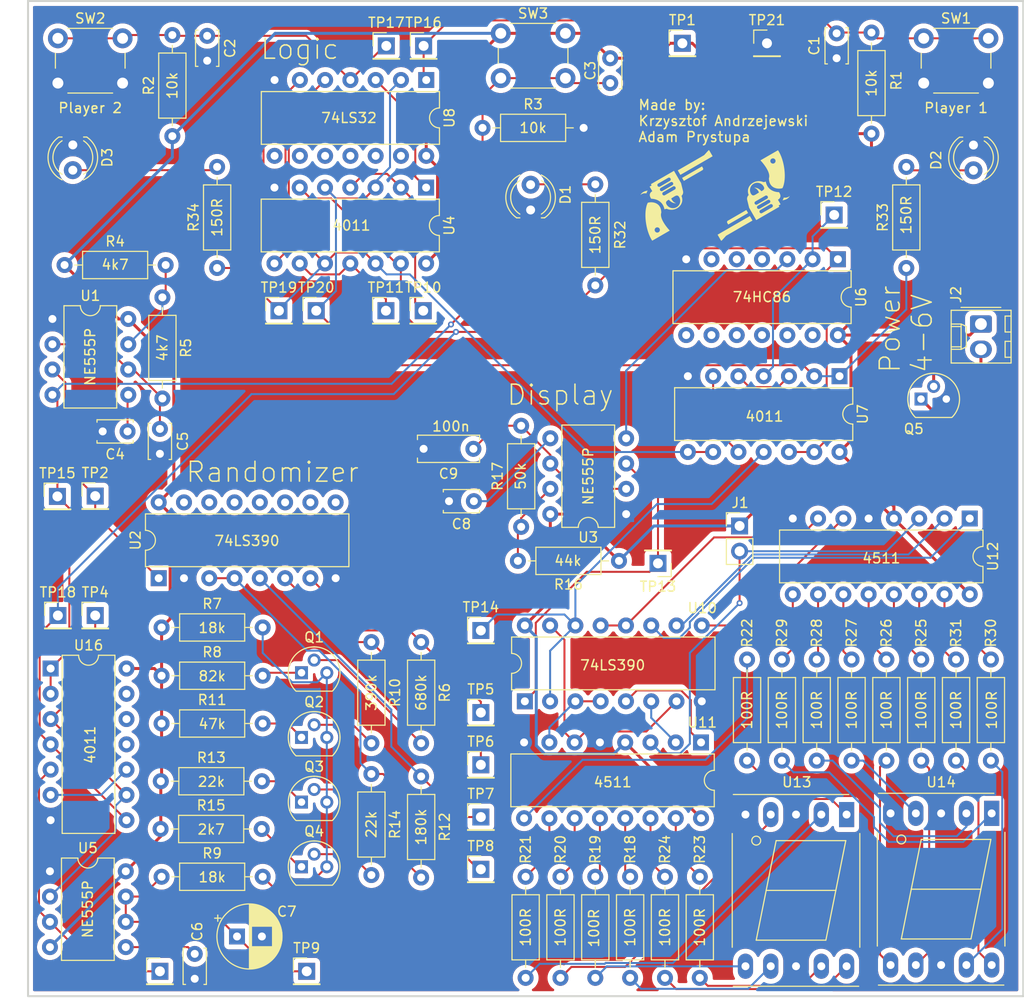
<source format=kicad_pcb>
(kicad_pcb (version 20240108) (generator "pcbnew") (generator_version "8.0")
  (layers (0 "F.Cu" signal) (31 "B.Cu" signal) (34 "B.Paste" user) (35 "F.Paste" user) (36 "B.SilkS" user "B.Silkscreen") (37 "F.SilkS" user "F.Silkscreen") (38 "B.Mask" user) (39 "F.Mask" user) (44 "Edge.Cuts" user))
  (net 0 "")
  (net 1 "GND")
  (net 2 "+5V")
  (net 3 "/Interfejs Użytkownika/~USER_1_SIGNAL")
  (net 4 "/Interfejs Użytkownika/~USER_2_SIGNAL")
  (net 5 "/Interfejs Użytkownika/RESET_SIGNAL")
  (net 6 "Net-(U1-CV)")
  (net 7 "Net-(U1-THR)")
  (net 8 "Net-(U5-CV)")
  (net 9 "Net-(U5-DIS)")
  (net 10 "Net-(U3-CV)")
  (net 11 "Net-(U3-THR)")
  (net 12 "Net-(D1-A)")
  (net 13 "Net-(D2-A)")
  (net 14 "Net-(D3-A)")
  (net 15 "Net-(J1-Pin_2)")
  (net 16 "Net-(Q1-E)")
  (net 17 "Net-(Q1-C)")
  (net 18 "Net-(Q1-B)")
  (net 19 "Net-(Q2-B)")
  (net 20 "Net-(Q2-C)")
  (net 21 "Net-(Q3-B)")
  (net 22 "Net-(Q3-C)")
  (net 23 "Net-(Q4-C)")
  (net 24 "Net-(Q4-B)")
  (net 25 "Net-(U1-DIS)")
  (net 26 "Net-(U2A-Q3)")
  (net 27 "Net-(U2A-Q2)")
  (net 28 "Net-(U2A-Q1)")
  (net 29 "Net-(U2A-Q0)")
  (net 30 "Net-(U3-DIS)")
  (net 31 "Net-(U13-A)")
  (net 32 "Net-(U11-Qa)")
  (net 33 "Net-(U13-B)")
  (net 34 "Net-(U11-Qb)")
  (net 35 "Net-(U11-Qc)")
  (net 36 "Net-(U13-C)")
  (net 37 "Net-(U11-Qd)")
  (net 38 "Net-(U13-D)")
  (net 39 "Net-(U13-E)")
  (net 40 "Net-(U11-Qe)")
  (net 41 "Net-(U11-Qf)")
  (net 42 "Net-(U13-F)")
  (net 43 "Net-(U11-Qg)")
  (net 44 "Net-(U13-G)")
  (net 45 "Net-(U12-Qa)")
  (net 46 "Net-(U14-A)")
  (net 47 "Net-(U12-Qb)")
  (net 48 "Net-(U14-B)")
  (net 49 "Net-(U14-C)")
  (net 50 "Net-(U12-Qc)")
  (net 51 "Net-(U14-D)")
  (net 52 "Net-(U12-Qd)")
  (net 53 "Net-(U12-Qe)")
  (net 54 "Net-(U14-E)")
  (net 55 "Net-(U14-F)")
  (net 56 "Net-(U12-Qf)")
  (net 57 "Net-(U12-Qg)")
  (net 58 "Net-(U14-G)")
  (net 59 "/Licznik Czasu/START_SIGNAL")
  (net 60 "/Licznik Czasu/USER_1_VICTORY")
  (net 61 "/Licznik Czasu/USER_2_VICOTRY")
  (net 62 "/Układ Startowy/High Freq Pulse Generator/PULSE_OUTPUT")
  (net 63 "Net-(TP11-Pad1)")
  (net 64 "Net-(TP10-Pad1)")
  (net 65 "Net-(U4-Pad1)")
  (net 66 "Net-(U4-Pad8)")
  (net 67 "Net-(U7-Pad3)")
  (net 68 "Net-(TP12-Pad1)")
  (net 69 "/Licznik Czasu/10ms_pulse")
  (net 70 "/Licznik Czasu/10ms Pulse Generator/PULSE_ENABLE")
  (net 71 "/Układ Startowy/Start Impulse Generator/~TIMER_ENABLE")
  (net 72 "/Układ Startowy/Start Impulse Generator/START_PULSE_OUTPUT")
  (net 82 "Net-(U7-Pad10)")
  (net 89 "Net-(U10A-MR)")
  (net 90 "Net-(U10A-Q3)")
  (net 91 "Net-(U10A-Q1)")
  (net 92 "Net-(U10A-Q0)")
  (net 93 "Net-(U10B-Q3)")
  (net 94 "Net-(U10A-Q2)")
  (net 95 "Net-(U10B-Q0)")
  (net 96 "Net-(U10B-Q1)")
  (net 97 "Net-(U10B-Q2)")
  (net 98 "Net-(U16-Pad10)")
  (net 109 "Net-(J2-Pin_2)")
  (footprint "Resistor_THT:R_Axial_DIN0207_L6.3mm_D2.5mm_P10.16mm_Horizontal" (layer "F.Cu") (at 104.75 33.33 90)
    (property "Reference" "R1")
    (property "Value" "10k")
  )
  (footprint "Connector_PinHeader_2.54mm:PinHeader_1x01_P2.54mm_Vertical" (layer "F.Cu") (at 83.3 76.51 180)
    (property "Reference" "TP13")
    (property "Value" "100Hz TP")
  )
  (footprint "Capacitor_THT:C_Disc_D3.4mm_W2.1mm_P2.50mm" (layer "F.Cu") (at 64.8 70.26 180)
    (property "Reference" "C8")
    (property "Value" "10n")
  )
  (footprint "Package_DIP:DIP-14_W7.62mm" (layer "F.Cu") (at 101.54 57.7 -90)
    (property "Reference" "U7")
    (property "Value" "4011")
  )
  (footprint "Display_7Segment:7SegmentLED_LTS6760_LTS6780" (layer "F.Cu") (at 116.83 101.63 -90)
    (property "Reference" "U14")
    (property "Value" "D148K")
  )
  (footprint "Connector_PinHeader_2.54mm:PinHeader_1x01_P2.54mm_Vertical" (layer "F.Cu") (at 94.25 24.25)
    (property "Reference" "TP21")
    (property "Value" "GND TP")
  )
  (footprint "Package_DIP:DIP-14_W7.62mm" (layer "F.Cu") (at 60 38.75 -90)
    (property "Reference" "U4")
    (property "Value" "4011")
  )
  (footprint "Connector_PinHeader_2.54mm:PinHeader_1x01_P2.54mm_Vertical" (layer "F.Cu") (at 59.71 51.12)
    (property "Reference" "TP10")
    (property "Value" "BlockPlayer1 TS")
  )
  (footprint "Capacitor_THT:C_Disc_D3.4mm_W2.1mm_P2.50mm" (layer "F.Cu") (at 78.5 25.75 -90)
    (property "Reference" "C3")
    (property "Value" "10n")
  )
  (footprint "Capacitor_THT:C_Disc_D3.4mm_W2.1mm_P2.50mm" (layer "F.Cu") (at 33.25 63 -90)
    (property "Reference" "C5")
    (property "Value" "10n")
  )
  (footprint "Resistor_THT:R_Axial_DIN0207_L6.3mm_D2.5mm_P10.16mm_Horizontal" (layer "F.Cu") (at 102.75 86.17 -90)
    (property "Reference" "R27")
    (property "Value" "100R")
  )
  (footprint "Resistor_THT:R_Axial_DIN0207_L6.3mm_D2.5mm_P10.16mm_Horizontal" (layer "F.Cu") (at 108.25 46.83 90)
    (property "Reference" "R33")
    (property "Value" "150R")
  )
  (footprint "Resistor_THT:R_Axial_DIN0207_L6.3mm_D2.5mm_P10.16mm_Horizontal" (layer "F.Cu") (at 116.75 86.17 -90)
    (property "Reference" "R30")
    (property "Value" "100R")
  )
  (footprint "Resistor_THT:R_Axial_DIN0207_L6.3mm_D2.5mm_P10.16mm_Horizontal" (layer "F.Cu") (at 84 108 -90)
    (property "Reference" "R24")
    (property "Value" "100R")
  )
  (footprint "Resistor_THT:R_Axial_DIN0207_L6.3mm_D2.5mm_P10.16mm_Horizontal" (layer "F.Cu") (at 109.75 86.17 -90)
    (property "Reference" "R25")
    (property "Value" "100R")
  )
  (footprint "Button_Switch_THT:SW_PUSH_6mm_H5mm" (layer "F.Cu") (at 110 23.75)
    (property "Reference" "SW1")
    (property "Value" "Player 1")
  )
  (footprint "Resistor_THT:R_Axial_DIN0207_L6.3mm_D2.5mm_P10.16mm_Horizontal" (layer "F.Cu") (at 33.34 98.4)
    (property "Reference" "R13")
    (property "Value" "22k")
  )
  (footprint "Connector_PinHeader_2.54mm:PinHeader_1x01_P2.54mm_Vertical" (layer "F.Cu") (at 55.96 51.12)
    (property "Reference" "TP11")
    (property "Value" "BlockPlayer2 TS")
  )
  (footprint "Resistor_THT:R_Axial_DIN0207_L6.3mm_D2.5mm_P10.16mm_Horizontal" (layer "F.Cu") (at 33.42 87.8)
    (property "Reference" "R8")
    (property "Value" "82k")
  )
  (footprint "Resistor_THT:R_Axial_DIN0207_L6.3mm_D2.5mm_P10.16mm_Horizontal" (layer "F.Cu") (at 33.32 103.2)
    (property "Reference" "R15")
    (property "Value" "2k7")
  )
  (footprint "Connector_PinHeader_2.54mm:PinHeader_1x01_P2.54mm_Vertical" (layer "F.Cu") (at 23 81.75)
    (property "Reference" "TP18")
    (property "Value" "StartSignal TP")
  )
  (footprint "Resistor_THT:R_Axial_DIN0207_L6.3mm_D2.5mm_P10.16mm_Horizontal" (layer "F.Cu") (at 33.42 92.6)
    (property "Reference" "R11")
    (property "Value" "47k")
  )
  (footprint "LED_THT:LED_D4.0mm" (layer "F.Cu") (at 24.5 34.46 -90)
    (property "Reference" "D3")
    (property "Value" "LED")
  )
  (footprint "Connector_PinHeader_2.54mm:PinHeader_1x01_P2.54mm_Vertical" (layer "F.Cu") (at 65.5 83.25)
    (property "Reference" "TP14")
    (property "Value" "TimerReset TP")
  )
  (footprint "Connector_PinHeader_2.54mm:PinHeader_1x01_P2.54mm_Vertical" (layer "F.Cu") (at 45.21 51.12)
    (property "Reference" "TP19")
    (property "Value" "User2Victory TP")
  )
  (footprint "Package_DIP:DIP-14_W7.62mm" (layer "F.Cu") (at 60.012448 27.94 -90)
    (property "Reference" "U8")
    (property "Value" "74LS32")
  )
  (footprint "Connector_PinHeader_2.54mm:PinHeader_1x01_P2.54mm_Vertical" (layer "F.Cu") (at 48.96 51.12)
    (property "Reference" "TP20")
    (property "Value" "User1Victory TP")
  )
  (footprint "Resistor_THT:R_Axial_DIN0207_L6.3mm_D2.5mm_P10.16mm_Horizontal" (layer "F.Cu") (at 77 48.58 90)
    (property "Reference" "R32")
    (property "Value" "150R")
  )
  (footprint "LED_THT:LED_D4.0mm" (layer "F.Cu") (at 70.5 41 90)
    (property "Reference" "D1")
    (property "Value" "LED")
  )
  (footprint "Package_TO_SOT_THT:TO-92" (layer "F.Cu") (at 109.73 60)
    (property "Reference" "Q5")
    (property "Value" "NMOS")
  )
  (footprint "Capacitor_THT:C_Disc_D3.4mm_W2.1mm_P2.50mm" (layer "F.Cu") (at 101.25 23.25 -90)
    (property "Reference" "C1")
    (property "Value" "10n")
  )
  (footprint "Resistor_THT:R_Axial_DIN0207_L6.3mm_D2.5mm_P10.16mm_Horizontal" (layer "F.Cu") (at 99.25 86.17 -90)
    (property "Reference" "R28")
    (property "Value" "100R")
  )
  (footprint "Resistor_THT:R_Axial_DIN0207_L6.3mm_D2.5mm_P10.16mm_Horizontal" (layer "F.Cu") (at 77 108 -90)
    (property "Reference" "R19")
    (property "Value" "100R")
  )
  (footprint "Connector_PinHeader_2.54mm:PinHeader_1x01_P2.54mm_Vertical" (layer "F.Cu") (at 48 117.5)
    (property "Reference" "TP9")
    (property "Value" "RandomizerResistance TP")
  )
  (footprint "Resistor_THT:R_Axial_DIN0207_L6.3mm_D2.5mm_P10.16mm_Horizontal" (layer "F.Cu") (at 69.55 72.84 90)
    (property "Reference" "R17")
    (property "Value" "50k")
  )
  (footprint "Connector_PinHeader_2.54mm:PinHeader_1x01_P2.54mm_Vertical" (layer "F.Cu") (at 26.75 69.75)
    (property "Reference" "TP2")
    (property "Value" "10kHz TP")
  )
  (footprint "Connector_PinHeader_2.54mm:PinHeader_1x01_P2.54mm_Vertical" (layer "F.Cu") (at 65.5 107.25)
    (property "Reference" "TP8")
    (property "Value" "RandomizerQ0 TP")
  )
  (footprint "Package_DIP:DIP-16_W7.62mm" (layer "F.Cu") (at 33.13 78 90)
    (property "Reference" "U2")
    (property "Value" "74LS390")
  )
  (footprint "Capacitor_THT:C_Disc_D3.4mm_W2.1mm_P2.50mm" (layer "F.Cu") (at 36.75 115.75 -90)
    (property "Reference" "C6")
    (property "Value" "10n")
  )
  (footprint "Package_DIP:DIP-16_W7.62mm" (layer "F.Cu") (at 87.625 94.5 -90)
    (property "Reference" "U11")
    (property "Value" "4511")
  )
  (footprint "Connector_PinHeader_2.54mm:PinHeader_1x01_P2.54mm_Vertical" (layer "F.Cu") (at 33.25 117.5)
    (property "Reference" "TP3" (hide yes))
    (property "Value" "StartPulse TP")
  )
  (footprint "Resistor_THT:R_Axial_DIN0207_L6.3mm_D2.5mm_P10.16mm_Horizontal" (layer "F.Cu") (at 106.25 86.17 -90)
    (property "Reference" "R26")
    (property "Value" "100R")
  )
  (footprint "Resistor_THT:R_Axial_DIN0207_L6.3mm_D2.5mm_P10.16mm_Horizontal" (layer "F.Cu") (at 54.5 84.42 -90)
    (property "Reference" "R10")
    (property "Value" "390k")
  )
  (footprint "Resistor_THT:R_Axial_DIN0207_L6.3mm_D2.5mm_P10.16mm_Horizontal" (layer "F.Cu") (at 33.42 82.95)
    (property "Reference" "R7")
    (property "Value" "18k")
  )
  (footprint "Connector_PinHeader_2.54mm:PinHeader_1x01_P2.54mm_Vertical" (layer "F.Cu") (at 101 41.5)
    (property "Reference" "TP12")
    (property "Value" "UserVictory TP")
  )
  (footprint "Capacitor_THT:C_Disc_D3.4mm_W2.1mm_P2.50mm" (layer "F.Cu") (at 38 23.5 -90)
    (property "Reference" "C2")
    (property "Value" "10n")
  )
  (footprint "Resistor_THT:R_Axial_DIN0207_L6.3mm_D2.5mm_P10.16mm_Horizontal" (layer "F.Cu") (at 59.5 97.92 -90)
    (property "Reference" "R12")
    (property "Value" "180k")
  )
  (footprint "Resistor_THT:R_Axial_DIN0207_L6.3mm_D2.5mm_P10.16mm_Horizontal" (layer "F.Cu") (at 113.25 86.17 -90)
    (property "Reference" "R31")
    (property "Value" "100R")
  )
  (footprint "Connector_PinHeader_2.54mm:PinHeader_1x01_P2.54mm_Vertical" (layer "F.Cu") (at 85.75 24.25)
    (property "Reference" "TP1")
    (property "Value" "5V TP")
  )
  (footprint "Package_DIP:DIP-14_W7.62mm" (layer "F.Cu") (at 22.27 87.075)
    (property "Reference" "U16")
    (property "Value" "4011")
  )
  (footprint "Package_DIP:DIP-16_W7.62mm" (layer "F.Cu") (at 114.625 72 -90)
    (property "Reference" "U12")
    (property "Value" "4511")
  )
  (footprint "Connector_PinHeader_2.54mm:PinHeader_1x01_P2.54mm_Vertical" (layer "F.Cu") (at 65.5 91.5)
    (property "Reference" "TP5")
    (property "Value" "RandomizerQ3 TP")
  )
  (footprint "Capacitor_THT:C_Disc_D3.4mm_W2.1mm_P2.50mm" (layer "F.Cu") (at 30 63.25 180)
    (property "Reference" "C4")
    (property "Value" "10n")
  )
  (footprint "Connector_PinHeader_2.54mm:PinHeader_1x02_P2.54mm_Vertical" (layer "F.Cu") (at 91.5 72.75)
    (property "Reference" "J1")
    (property "Value" "Light Test Bridge")
  )
  (footprint "Resistor_THT:R_Axial_DIN0207_L6.3mm_D2.5mm_P10.16mm_Horizontal" (layer "F.Cu") (at 34.5 33.58 90)
    (property "Reference" "R2")
    (property "Value" "10k")
  )
  (footprint "Button_Switch_THT:SW_PUSH_6mm_H5mm" (layer "F.Cu") (at 23 23.75)
    (property "Reference" "SW2")
    (property "Value" "Player 2")
  )
  (footprint "Resistor_THT:R_Axial_DIN0207_L6.3mm_D2.5mm_P10.16mm_Horizontal" (layer "F.Cu") (at 87.5 108 -90)
    (property "Reference" "R23")
    (property "Value" "100R")
  )
  (footprint "Package_DIP:DIP-16_W7.62mm" (layer "F.Cu") (at 69.92 90.37 90)
    (property "Reference" "U10")
    (property "Value" "74LS390")
  )
  (footprint "Package_TO_SOT_THT:TO-92" (layer "F.Cu") (at 47.48 100.5)
    (property "Reference" "Q3")
    (property "Value" "BC547")
  )
  (footprint "Connector_Molex:Molex_KK-254_AE-6410-02A_1x02_P2.54mm_Vertical" (layer "F.Cu") (at 115.75 52.46 -90)
    (property "Reference" "J2")
    (property "Value" "Power Pins")
  )
  (footprint "Capacitor_THT:C_Disc_D6.0mm_W2.5mm_P5.00mm" (layer "F.Cu") (at 64.75 65 180)
    (property "Reference" "C9")
    (property "Value" "100n")
  )
  (footprint "Package_TO_SOT_THT:TO-92" (layer "F.Cu") (at 47.48 107)
    (property "Reference" "Q4")
    (property "Value" "BC547")
  )
  (footprint "Resistor_THT:R_Axial_DIN0207_L6.3mm_D2.5mm_P10.16mm_Horizontal" (layer "F.Cu") (at 54.5 97.67 -90)
    (property "Reference" "R14")
    (property "Value" "22k")
  )
  (footprint "Package_DIP:DIP-8_W7.62mm" (layer "F.Cu") (at 80.1 71.56 180)
    (property "Reference" "U3")
    (property "Value" "NE555P")
  )
  (footprint "Resistor_THT:R_Axial_DIN0207_L6.3mm_D2.5mm_P10.16mm_Horizontal" (layer "F.Cu") (at 23.67 46.53)
    (property "Reference" "R4")
    (property "Value" "4k7")
  )
  (footprint "Package_TO_SOT_THT:TO-92" (layer "F.Cu") (at 47.48 87.5)
    (property "Reference" "Q1")
    (property "Value" "BC547")
  )
  (footprint "Capacitor_THT:CP_Radial_D6.3mm_P2.50mm" (layer "F.Cu") (at 41 114)
    (property "Reference" "C7")
    (property "Value" "100u")
  )
  (footprint "Connector_PinHeader_2.54mm:PinHeader_1x01_P2.54mm_Vertical" (layer "F.Cu") (at 56 24.51)
    (property "Reference" "TP17")
    (property "Value" "User2Signal TP")
  )
  (footprint "Package_DIP:DIP-8_W7.62mm" (layer "F.Cu") (at 22.45 51.95)
    (property "Reference" "U1")
    (property "Value" "NE555P")
  )
  (footprint "Connector_PinHeader_2.54mm:PinHeader_1x01_P2.54mm_Vertical" (layer "F.Cu") (at 65.5 96.75)
    (property "Reference" "TP6")
    (property "Value" "RandomizerQ2 TP")
  )
  (footprint "Connector_PinHeader_2.54mm:PinHeader_1x01_P2.54mm_Vertical" (layer "F.Cu") (at 26.75 81.75)
    (property "Reference" "TP4")
    (property "Value" "NegatedTimerErnable TP")
  )
  (footprint "Resistor_THT:R_Axial_DIN0207_L6.3mm_D2.5mm_P10.16mm_Horizontal" (layer "F.Cu") (at 73.5 108 -90)
    (property "Reference" "R20")
    (property "Value" "100R")
  )
  (footprint "Resistor_THT:R_Axial_DIN0207_L6.3mm_D2.5mm_P10.16mm_Horizontal" (layer "F.Cu") (at 70 108 -90)
    (property "Reference" "R21")
    (property "Value" "100R")
  )
  (footprint "Package_TO_SOT_THT:TO-92" (layer "F.Cu") (at 47.48 94)
    (property "Reference" "Q2")
    (property "Value" "BC547")
  )
  (footprint "Package_DIP:DIP-8_W7.62mm" (layer "F.Cu") (at 22.2 107.45)
    (property "Reference" "U5")
    (property "Value" "NE555P")
  )
  (footprint "Connector_PinHeader_2.54mm:PinHeader_1x01_P2.54mm_Vertical" (layer "F.Cu") (at 22.95 69.78)
    (property "Reference" "TP15")
    (property "Value" "ResetSignal TP")
  )
  (footprint "Resistor_THT:R_Axial_DIN0207_L6.3mm_D2.5mm_P10.16mm_Horizontal" (layer "F.Cu") (at 80.5 108 -90)
    (property "Reference" "R18")
    (property "Value" "100R")
  )
  (footprint "Connector_PinHeader_2.54mm:PinHeader_1x01_P2.54mm_Vertical" (layer "F.Cu") (at 65.5 102)
    (property "Reference" "TP7")
    (property "Value" "RandomizerQ1 TP")
  )
  (footprint "Package_DIP:DIP-14_W7.62mm" (layer "F.Cu") (at 101.375 45.95 -90)
    (property "Reference" "U6")
    (property "Value" "74HC86")
  )
  (footprint "LED_THT:LED_D4.0mm" (layer "F.Cu") (at 115 34.475 -90)
    (property "Reference" "D2")
    (property "Value" "LED")
  )
  (footprint "Resistor_THT:R_Axial_DIN0207_L6.3mm_D2.5mm_P10.16mm_Horizontal" (layer "F.Cu") (at 33.42 108)
    (property "Reference" "R9")
    (property "Value" "18k")
  )
  (footprint "Display_7Segment:7SegmentLED_LTS6760_LTS6780" (layer "F.Cu") (at 102.25 101.75 -90)
    (property "Reference" "U13")
    (property "Value" "D148K" (hide yes))
  )
  (footprint "Resistor_THT:R_Axial_DIN0207_L6.3mm_D2.5mm_P10.16mm_Horizontal" (layer "F.Cu") (at 59.5 84.42 -90)
    (property "Reference" "R6")
    (property "Value" "680k")
  )
  (footprint "Resistor_THT:R_Axial_DIN0207_L6.3mm_D2.5mm_P10.16mm_Horizontal" (layer "F.Cu") (at 79.38 76.26 180)
    (property "Reference" "R16")
    (property "Value" "44k")
  )
  (footprint "Button_Switch_THT:SW_PUSH_6mm_H5mm" (layer "F.Cu") (at 67.5 23.25)
    (property "Reference" "SW3")
    (property "Value" "SW_Push")
  )
  (footprint "Resistor_THT:R_Axial_DIN0207_L6.3mm_D2.5mm_P10.16mm_Horizontal" (layer "F.Cu") (at 39 46.83 90)
    (property "Reference" "R34")
    (property "Value" "150R")
  )
  (footprint "Resistor_THT:R_Axial_DIN0207_L6.3mm_D2.5mm_P10.16mm_Horizontal" (layer "F.Cu") (at 95.75 86.17 -90)
    (property "Reference" "R29")
    (property "Value" "100R")
  )
  (footprint "Resistor_THT:R_Axial_DIN0207_L6.3mm_D2.5mm_P10.16mm_Horizontal" (layer "F.Cu") (at 33.5 49.78 -90)
    (property "Reference" "R5")
    (property "Value" "4k7")
  )
  (footprint "Resistor_THT:R_Axial_DIN0207_L6.3mm_D2.5mm_P10.16mm_Horizontal" (layer "F.Cu") (at 65.67 32.75)
    (property "Reference" "R3")
    (property "Value" "10k")
  )
  (footprint "Connector_PinHeader_2.54mm:PinHeader_1x01_P2.54mm_Vertical" (layer "F.Cu") (at 59.75 24.51)
    (property "Reference" "TP16")
    (property "Value" "User1Signal TP")
  )
  (footprint "Resistor_THT:R_Axial_DIN0207_L6.3mm_D2.5mm_P10.16mm_Horizontal" (layer "F.Cu") (at 92.25 86.17 -90)
    (property "Reference" "R22")
    (property "Value" "100R")
  )
  (gr_poly (pts (xy 88.381052 35.001332) (xy 88.384107 34.999842) (xy 88.387241 34.998534) (xy 88.390446 34.997413) (xy 88.393714 34.996479) (xy 88.397036 34.995737) (xy 88.400404 34.99519) (xy 88.40381 34.994841) (xy 88.407244 34.994694) (xy 88.4107 34.994752) (xy 88.414168 34.995017) (xy 88.417615 34.995489) (xy 88.421005 34.996162) (xy 88.424331 34.99703) (xy 88.427587 34.998089) (xy 88.430764 34.999333) (xy 88.433855 35.000759) (xy 88.436852 35.002361) (xy 88.439748 35.004133) (xy 88.442536 35.006072) (xy 88.445208 35.008172) (xy 88.447756 35.010429) (xy 88.450173 35.012838) (xy 88.452452 35.015393) (xy 88.454585 35.018088) (xy 88.456564 35.020922) (xy 88.458382 35.023888) (xy 88.790868 35.59977) (xy 85.547378 37.4724) (xy 85.285316 37.018496) (xy 87.936418 35.487882) (xy 88.36486 35.013915) (xy 88.367263 35.0114) (xy 88.369795 35.009048) (xy 88.372448 35.006862) (xy 88.375214 35.004844) (xy 88.378086 35.003)) (stroke (width -0.000001)) (fill solid) (layer "F.SilkS"))
  (gr_poly (pts (xy 96.228218 39.901664) (xy 96.21642 39.907853) (xy 96.204544 39.913882) (xy 96.192587 39.919751) (xy 96.180552 39.925459) (xy 96.168442 39.931005) (xy 96.156257 39.936388) (xy 96.143998 39.941608) (xy 96.119118 39.951477) (xy 96.094041 39.960827) (xy 96.068776 39.969657) (xy 96.04333 39.977961) (xy 96.030676 39.981862) (xy 96.018048 39.985575) (xy 96.005446 39.989116) (xy 95.992877 39.992501) (xy 95.967851 39.998869) (xy 95.942998 40.004812) (xy 95.926156 40.008477) (xy 95.909274 40.011943) (xy 95.892353 40.01521) (xy 95.875396 40.018277) (xy 95.858403 40.021143) (xy 95.841378 40.023809) (xy 95.824321 40.026274) (xy 95.807234 40.028537) (xy 95.818515 40.013013) (xy 95.829372 39.997216) (xy 95.8398 39.981157) (xy 95.849794 39.964844) (xy 95.859351 39.948285) (xy 95.868465 39.931491) (xy 95.877135 39.91447) (xy 95.885355 39.89723) (xy 95.89312 39.879781) (xy 95.900428 39.862132) (xy 95.907273 39.844292) (xy 95.913653 39.826269) (xy 95.919561 39.808073) (xy 95.924995 39.789713) (xy 95.929951 39.771197) (xy 95.934423 39.752535) (xy 95.943673 39.753761) (xy 95.95292 39.754875) (xy 95.962233 39.75589) (xy 95.971676 39.756825) (xy 95.991227 39.758509) (xy 96.012109 39.760049) (xy 96.023002 39.760701) (xy 96.03395 39.761189) (xy 96.044949 39.761527) (xy 96.055988 39.761729) (xy 96.067061 39.761806) (xy 96.078158 39.761771) (xy 96.1004 39.761418) (xy 96.111472 39.760944) (xy 96.122534 39.760322) (xy 96.133586 39.759552) (xy 96.144627 39.758633) (xy 96.155655 39.757568) (xy 96.166667 39.756353) (xy 96.177663 39.754991) (xy 96.188642 39.753482) (xy 96.194149 39.752697) (xy 96.199594 39.751834) (xy 96.210362 39.749941) (xy 96.231846 39.745962) (xy 96.237235 39.744955) (xy 96.242563 39.743842) (xy 96.247835 39.742644) (xy 96.253058 39.741377) (xy 96.263393 39.738717) (xy 96.273627 39.736018) (xy 96.283534 39.733264) (xy 96.293393 39.730351) (xy 96.303201 39.727278) (xy 96.312959 39.724046) (xy 96.322662 39.720656) (xy 96.33231 39.71711) (xy 96.3419 39.713407) (xy 96.351431 39.709547) (xy 96.360076 39.705939) (xy 96.368657 39.702187) (xy 96.377174 39.698296) (xy 96.385624 39.694264) (xy 96.394008 39.690093) (xy 96.402321 39.685784) (xy 96.410564 39.681336) (xy 96.418733 39.676753) (xy 96.426788 39.672402) (xy 96.434536 39.668056) (xy 96.441973 39.663709) (xy 96.449099 39.659358) (xy 96.455911 39.654998) (xy 96.462407 39.650625) (xy 96.468585 39.646234) (xy 96.474442 39.641821) (xy 96.495999 39.62523) (xy 96.50565 39.617717) (xy 96.510134 39.614141) (xy 96.514367 39.610679) (xy 96.547719 39.580802) (xy 96.526862 39.620912) (xy 96.521219 39.630883) (xy 96.514916 39.641849) (xy 96.511437 39.647618) (xy 96.507699 39.65353) (xy 96.503671 39.659551) (xy 96.499321 39.665646) (xy 96.480157 39.692129) (xy 96.474878 39.699194) (xy 96.469331 39.706349) (xy 96.463479 39.713549) (xy 96.457287 39.720752) (xy 96.450551 39.728715) (xy 96.443687 39.736566) (xy 96.436697 39.744303) (xy 96.429581 39.751922) (xy 96.422343 39.759426) (xy 96.414981 39.76681) (xy 96.407498 39.774073) (xy 96.399897 39.781215) (xy 96.391181 39.789215) (xy 96.38234 39.797071) (xy 96.373374 39.804783) (xy 96.364286 39.81235) (xy 96.355078 39.81977) (xy 96.345751 39.827042) (xy 96.336308 39.834163) (xy 96.326749 39.841133) (xy 96.316609 39.848377) (xy 96.306313 39.855632) (xy 96.301078 39.8592) (xy 96.295769 39.862696) (xy 96.290374 39.866092) (xy 96.284881 39.869364) (xy 96.239931 39.895316)) (stroke (width -0.000001)) (fill solid) (layer "F.SilkS"))
  (gr_poly (pts (xy 90.256414 42.289479) (xy 90.252776 42.282801) (xy 90.249487 42.275981) (xy 90.246549 42.269032) (xy 90.243964 42.261968) (xy 90.241733 42.254803) (xy 90.239859 42.24755) (xy 90.238342 42.240222) (xy 90.237185 42.232833) (xy 90.23639 42.225397) (xy 90.235959 42.217926) (xy 90.235893 42.210435) (xy 90.236193 42.202936) (xy 90.236861 42.195444) (xy 90.237902 42.187972) (xy 90.239313 42.180533) (xy 90.241098 42.173141) (xy 90.243248 42.165847) (xy 90.245745 42.158699) (xy 90.248581 42.151708) (xy 90.251747 42.144885) (xy 90.255236 42.138241) (xy 90.25904 42.131787) (xy 90.263149 42.125533) (xy 90.267555 42.11949) (xy 90.272252 42.11367) (xy 90.277229 42.108082) (xy 90.282479 42.102738) (xy 90.287993 42.097648) (xy 90.293764 42.092823) (xy 90.299783 42.088276) (xy 90.306041 42.084013) (xy 90.31253 42.080049) (xy 92.180274 41.001706) (xy 92.355488 41.305186) (xy 90.354971 42.460185)) (stroke (width -0.000001)) (fill solid) (layer "F.SilkS"))
  (gr_poly (pts (xy 87.821094 36.791918) (xy 87.824732 36.798596) (xy 87.828021 36.805416) (xy 87.830959 36.812365) (xy 87.833544 36.819429) (xy 87.835775 36.826594) (xy 87.837649 36.833847) (xy 87.839166 36.841175) (xy 87.840323 36.848564) (xy 87.841118 36.856) (xy 87.841549 36.863471) (xy 87.841615 36.870962) (xy 87.841315 36.878461) (xy 87.840647 36.885953) (xy 87.839606 36.893425) (xy 87.838195 36.900864) (xy 87.83641 36.908256) (xy 87.83426 36.91555) (xy 87.831763 36.922698) (xy 87.828927 36.929689) (xy 87.825761 36.936512) (xy 87.822272 36.943156) (xy 87.818468 36.94961) (xy 87.814359 36.955864) (xy 87.809953 36.961907) (xy 87.805256 36.967727) (xy 87.800279 36.973315) (xy 87.795029 36.978659) (xy 87.789515 36.983749) (xy 87.783744 36.988574) (xy 87.777725 36.993121) (xy 87.771467 36.997384) (xy 87.764978 37.001348) (xy 85.897234 38.079691) (xy 85.72202 37.776211) (xy 87.722537 36.621212)) (stroke (width -0.000001)) (fill solid) (layer "F.SilkS"))
  (gr_poly (pts (xy 95.810266 38.802484) (xy 95.775909 38.814049) (xy 95.737833 38.824657) (xy 95.696338 38.834102) (xy 95.651725 38.842178) (xy 95.604294 38.848678) (xy 95.554346 38.853398) (xy 95.502179 38.856128) (xy 95.448095 38.856664) (xy 95.392394 38.854799) (xy 95.335377 38.850328) (xy 95.277342 38.843042) (xy 95.218591 38.832738) (xy 95.159425 38.819206) (xy 95.100142 38.802243) (xy 95.041043 38.781641) (xy 94.982429 38.757195) (xy 94.918904 38.725609) (xy 94.859292 38.690137) (xy 94.803608 38.650824) (xy 94.75187 38.607717) (xy 94.704096 38.560862) (xy 94.660303 38.510306) (xy 94.620507 38.456092) (xy 94.584728 38.398269) (xy 94.552981 38.336882) (xy 94.525283 38.271977) (xy 94.501654 38.203599) (xy 94.482108 38.131797) (xy 94.466665 38.056615) (xy 94.45534 37.978098) (xy 94.448152 37.896293) (xy 94.445117 37.811247) (xy 94.450577 37.795444) (xy 94.453171 37.787666) (xy 94.454412 37.783781) (xy 94.455607 37.77989) (xy 94.470484 37.715453) (xy 94.478426 37.648843) (xy 94.47986 37.580336) (xy 94.47521 37.510211) (xy 94.464897 37.438742) (xy 94.449346 37.366208) (xy 94.428981 37.292884) (xy 94.404225 37.219046) (xy 94.375502 37.144973) (xy 94.343236 37.07094) (xy 94.269769 36.924101) (xy 94.187212 36.780745) (xy 94.098955 36.643082) (xy 94.008388 36.513326) (xy 93.9189 36.39369) (xy 93.83388 36.286389) (xy 93.756718 36.193634) (xy 93.594434 36.012342) (xy 95.358423 34.993903) (xy 95.419555 35.089075) (xy 95.478128 35.189339) (xy 95.58741 35.403722) (xy 95.673929 35.60622) (xy 95.080647 35.948751) (xy 95.070826 35.932302) (xy 95.059859 35.916648) (xy 95.047801 35.901846) (xy 95.034701 35.887957) (xy 95.020612 35.87504) (xy 95.005587 35.863154) (xy 94.989677 35.852359) (xy 94.972934 35.842712) (xy 94.955409 35.834274) (xy 94.937154 35.827105) (xy 94.918224 35.821262) (xy 94.898907 35.816854) (xy 94.879514 35.813936) (xy 94.860118 35.812478) (xy 94.840795 35.81246) (xy 94.821618 35.813852) (xy 94.802662 35.816632) (xy 94.784003 35.820772) (xy 94.765714 35.826249) (xy 94.747869 35.833036) (xy 94.730544 35.841109) (xy 94.713813 35.850444) (xy 94.697751 35.861011) (xy 94.682431 35.872789) (xy 94.667929 35.885752) (xy 94.65432 35.899872) (xy 94.641678 35.915127) (xy 94.630214 35.931287) (xy 94.620096 35.948086) (xy 94.611329 35.965448) (xy 94.603917 35.983294) (xy 94.597865 36.001544) (xy 94.593179 36.020121) (xy 94.589865 36.038946) (xy 94.587926 36.05794) (xy 94.58737 36.077024) (xy 94.588199 36.096121) (xy 94.59042 36.115152) (xy 94.594039 36.134038) (xy 94.59906 36.1527) (xy 94.605487 36.17106) (xy 94.613328 36.189041) (xy 94.622579 36.206551) (xy 94.629633 36.218085) (xy 94.637186 36.229136) (xy 94.64521 36.239692) (xy 94.653682 36.249745) (xy 94.662582 36.25929) (xy 94.671886 36.26832) (xy 94.68157 36.27683) (xy 94.691613 36.284813) (xy 94.701992 36.292264) (xy 94.712685 36.299176) (xy 94.723668 36.305544) (xy 94.73492 36.311361) (xy 94.746419 36.316621) (xy 94.75814 36.321318) (xy 94.770062 36.325448) (xy 94.782162 36.329002) (xy 94.794417 36.331974) (xy 94.806806 36.334361) (xy 94.819305 36.336153) (xy 94.831892 36.337348) (xy 94.844545 36.337936) (xy 94.857241 36.337914) (xy 94.869956 36.337275) (xy 94.882669 36.336013) (xy 94.895357 36.334121) (xy 94.907998 36.331595) (xy 94.920569 36.328426) (xy 94.933047 36.324611) (xy 94.945411 36.320142) (xy 94.957636 36.315014) (xy 94.969701 36.30922) (xy 94.981584 36.302754) (xy 94.990094 36.297626) (xy 94.998359 36.292213) (xy 95.006375 36.286523) (xy 95.014137 36.280565) (xy 95.021641 36.274348) (xy 95.028883 36.267881) (xy 95.035857 36.261172) (xy 95.04256 36.254231) (xy 95.048988 36.247066) (xy 95.055136 36.239687) (xy 95.061 36.232102) (xy 95.066575 36.224318) (xy 95.071857 36.216347) (xy 95.076841 36.208196) (xy 95.081525 36.199874) (xy 95.085902 36.191391) (xy 95.08997 36.182754) (xy 95.093721 36.173974) (xy 95.097155 36.165058) (xy 95.100264 36.156015) (xy 95.103046 36.146854) (xy 95.105496 36.137585) (xy 95.107609 36.128216) (xy 95.109382 36.118755) (xy 95.110809 36.109211) (xy 95.111887 36.099594) (xy 95.112611 36.089912) (xy 95.112976 36.080174) (xy 95.112979 36.07039) (xy 95.112615 36.060566) (xy 95.111879 36.050713) (xy 95.110769 36.04084) (xy 95.107449 36.021307) (xy 95.102725 36.002273) (xy 95.096648 35.983796) (xy 95.089272 35.965936) (xy 95.080647 35.948751) (xy 95.673929 35.60622) (xy 95.685888 35.63421) (xy 95.773183 35.87796) (xy 95.848917 36.132128) (xy 95.912708 36.393873) (xy 95.964177 36.660349) (xy 96.002944 36.928715) (xy 96.028631 37.196128) (xy 96.040857 37.459744) (xy 96.039242 37.716721) (xy 96.023408 37.964215) (xy 95.992973 38.199383) (xy 95.947559 38.419382) (xy 95.919117 38.522805) (xy 95.886788 38.62137) (xy 95.850524 38.714721) (xy 95.810276 38.802503)) (stroke (width -0.000001)) (fill solid) (layer "F.SilkS"))
  (gr_poly (pts (xy 89.696456 44.080065) (xy 89.693401 44.081555) (xy 89.690267 44.082863) (xy 89.687062 44.083984) (xy 89.683794 44.084918) (xy 89.680472 44.08566) (xy 89.677104 44.086207) (xy 89.673698 44.086556) (xy 89.670264 44.086703) (xy 89.666808 44.086645) (xy 89.66334 44.08638) (xy 89.659893 44.085908) (xy 89.656503 44.085235) (xy 89.653177 44.084367) (xy 89.649921 44.083308) (xy 89.646744 44.082064) (xy 89.643653 44.080638) (xy 89.640656 44.079036) (xy 89.63776 44.077264) (xy 89.634972 44.075325) (xy 89.6323 44.073225) (xy 89.629752 44.070968) (xy 89.627335 44.068559) (xy 89.625056 44.066004) (xy 89.622923 44.063309) (xy 89.620944 44.060475) (xy 89.619126 44.057509) (xy 89.28664 43.481627) (xy 92.53013 41.608997) (xy 92.792192 42.062901) (xy 90.14109 43.593515) (xy 89.712648 44.067482) (xy 89.710245 44.069997) (xy 89.707713 44.072349) (xy 89.70506 44.074535) (xy 89.702294 44.076553) (xy 89.699422 44.078397)) (stroke (width -0.000001)) (fill solid) (layer "F.SilkS"))
  (gr_poly (pts (xy 81.84929 39.179733) (xy 81.861088 39.173544) (xy 81.872964 39.167515) (xy 81.884921 39.161646) (xy 81.896956 39.155938) (xy 81.909066 39.150392) (xy 81.921251 39.145009) (xy 81.93351 39.139789) (xy 81.95839 39.12992) (xy 81.983467 39.12057) (xy 82.008732 39.11174) (xy 82.034178 39.103436) (xy 82.046832 39.099535) (xy 82.05946 39.095822) (xy 82.072062 39.092281) (xy 82.084631 39.088896) (xy 82.109657 39.082528) (xy 82.13451 39.076585) (xy 82.151352 39.07292) (xy 82.168234 39.069454) (xy 82.185155 39.066187) (xy 82.202112 39.06312) (xy 82.219105 39.060254) (xy 82.23613 39.057588) (xy 82.253187 39.055123) (xy 82.270274 39.05286) (xy 82.258993 39.068384) (xy 82.248136 39.084181) (xy 82.237708 39.10024) (xy 82.227714 39.116553) (xy 82.218157 39.133112) (xy 82.209043 39.149906) (xy 82.200373 39.166927) (xy 82.192153 39.184167) (xy 82.184388 39.201616) (xy 82.17708 39.219265) (xy 82.170235 39.237105) (xy 82.163855 39.255128) (xy 82.157947 39.273324) (xy 82.152513 39.291684) (xy 82.147557 39.3102) (xy 82.143085 39.328862) (xy 82.133835 39.327636) (xy 82.124588 39.326522) (xy 82.115275 39.325507) (xy 82.105832 39.324572) (xy 82.086281 39.322888) (xy 82.065399 39.321348) (xy 82.054506 39.320696) (xy 82.043558 39.320208) (xy 82.032559 39.31987) (xy 82.02152 39.319668) (xy 82.010447 39.319591) (xy 81.99935 39.319626) (xy 81.977108 39.319979) (xy 81.966036 39.320453) (xy 81.954974 39.321075) (xy 81.943922 39.321845) (xy 81.932881 39.322764) (xy 81.921853 39.323829) (xy 81.910841 39.325044) (xy 81.899845 39.326406) (xy 81.888866 39.327915) (xy 81.883359 39.3287) (xy 81.877914 39.329563) (xy 81.867146 39.331456) (xy 81.845662 39.335435) (xy 81.840273 39.336442) (xy 81.834945 39.337555) (xy 81.829673 39.338753) (xy 81.82445 39.34002) (xy 81.814115 39.34268) (xy 81.803881 39.345379) (xy 81.793974 39.348133) (xy 81.784115 39.351046) (xy 81.774307 39.354119) (xy 81.764549 39.357351) (xy 81.754846 39.360741) (xy 81.745198 39.364287) (xy 81.735608 39.36799) (xy 81.726077 39.37185) (xy 81.717432 39.375458) (xy 81.708851 39.37921) (xy 81.700334 39.383101) (xy 81.691884 39.387133) (xy 81.6835 39.391304) (xy 81.675187 39.395613) (xy 81.666944 39.400061) (xy 81.658775 39.404644) (xy 81.65072 39.408995) (xy 81.642972 39.413341) (xy 81.635535 39.417688) (xy 81.628409 39.422039) (xy 81.621597 39.426399) (xy 81.615101 39.430772) (xy 81.608923 39.435163) (xy 81.603066 39.439576) (xy 81.581509 39.456167) (xy 81.571858 39.46368) (xy 81.567374 39.467256) (xy 81.563141 39.470718) (xy 81.529789 39.500595) (xy 81.550646 39.460485) (xy 81.556289 39.450514) (xy 81.562592 39.439548) (xy 81.566071 39.433779) (xy 81.569809 39.427867) (xy 81.573837 39.421846) (xy 81.578187 39.415751) (xy 81.597351 39.389268) (xy 81.60263 39.382203) (xy 81.608177 39.375048) (xy 81.614029 39.367848) (xy 81.620221 39.360645) (xy 81.626957 39.352682) (xy 81.633821 39.344831) (xy 81.640811 39.337094) (xy 81.647927 39.329475) (xy 81.655165 39.321971) (xy 81.662527 39.314587) (xy 81.67001 39.307324) (xy 81.677611 39.300182) (xy 81.686327 39.292182) (xy 81.695168 39.284326) (xy 81.704134 39.276614) (xy 81.713222 39.269047) (xy 81.72243 39.261627) (xy 81.731757 39.254355) (xy 81.7412 39.247234) (xy 81.750759 39.240264) (xy 81.760899 39.23302) (xy 81.771195 39.225765) (xy 81.77643 39.222197) (xy 81.781739 39.218701) (xy 81.787134 39.215305) (xy 81.792627 39.212033) (xy 81.837577 39.186081)) (stroke (width -0.000001)) (fill solid) (layer "F.SilkS"))
  (gr_poly (pts (xy 82.267242 40.278913) (xy 82.301599 40.267348) (xy 82.339675 40.25674) (xy 82.38117 40.247295) (xy 82.425783 40.239219) (xy 82.473214 40.232719) (xy 82.523162 40.227999) (xy 82.575329 40.225269) (xy 82.629413 40.224733) (xy 82.685114 40.226598) (xy 82.742131 40.231069) (xy 82.800166 40.238355) (xy 82.858917 40.248659) (xy 82.918083 40.262191) (xy 82.977366 40.279154) (xy 83.036465 40.299756) (xy 83.095079 40.324202) (xy 83.158604 40.355788) (xy 83.218216 40.39126) (xy 83.2739 40.430573) (xy 83.325638 40.47368) (xy 83.373412 40.520535) (xy 83.417205 40.571091) (xy 83.457001 40.625305) (xy 83.49278 40.683128) (xy 83.524527 40.744515) (xy 83.552225 40.80942) (xy 83.575854 40.877798) (xy 83.5954 40.9496) (xy 83.610843 41.024782) (xy 83.622168 41.103299) (xy 83.629356 41.185104) (xy 83.632391 41.27015) (xy 83.626931 41.285953) (xy 83.624337 41.293731) (xy 83.623096 41.297616) (xy 83.621901 41.301507) (xy 83.607024 41.365944) (xy 83.599082 41.432554) (xy 83.597648 41.501061) (xy 83.602298 41.571186) (xy 83.612611 41.642655) (xy 83.628162 41.715189) (xy 83.648527 41.788513) (xy 83.673283 41.862351) (xy 83.702006 41.936424) (xy 83.734272 42.010457) (xy 83.807739 42.157296) (xy 83.890296 42.300652) (xy 83.978553 42.438315) (xy 84.06912 42.568071) (xy 84.158608 42.687707) (xy 84.243628 42.795008) (xy 84.32079 42.887763) (xy 84.483074 43.069055) (xy 82.719085 44.087494) (xy 82.657953 43.992322) (xy 82.59938 43.892058) (xy 82.490098 43.677675) (xy 82.403579 43.475177) (xy 82.996861 43.132646) (xy 83.006682 43.149095) (xy 83.017649 43.164749) (xy 83.029707 43.179551) (xy 83.042807 43.19344) (xy 83.056896 43.206357) (xy 83.071921 43.218243) (xy 83.087831 43.229038) (xy 83.104574 43.238685) (xy 83.122099 43.247123) (xy 83.140354 43.254292) (xy 83.159284 43.260135) (xy 83.178601 43.264543) (xy 83.197994 43.267461) (xy 83.21739 43.268919) (xy 83.236713 43.268937) (xy 83.25589 43.267545) (xy 83.274846 43.264765) (xy 83.293505 43.260625) (xy 83.311794 43.255148) (xy 83.329639 43.248361) (xy 83.346964 43.240288) (xy 83.363695 43.230953) (xy 83.379757 43.220386) (xy 83.395077 43.208608) (xy 83.409579 43.195645) (xy 83.423188 43.181525) (xy 83.43583 43.16627) (xy 83.447294 43.15011) (xy 83.457412 43.133311) (xy 83.466179 43.115949) (xy 83.473591 43.098103) (xy 83.479643 43.079853) (xy 83.484329 43.061276) (xy 83.487643 43.042451) (xy 83.489582 43.023457) (xy 83.490138 43.004373) (xy 83.489309 42.985276) (xy 83.487088 42.966245) (xy 83.483469 42.947359) (xy 83.478448 42.928697) (xy 83.472021 42.910337) (xy 83.46418 42.892356) (xy 83.454929 42.874846) (xy 83.447875 42.863312) (xy 83.440322 42.852261) (xy 83.432298 42.841705) (xy 83.423826 42.831652) (xy 83.414926 42.822107) (xy 83.405622 42.813077) (xy 83.395938 42.804567) (xy 83.385895 42.796584) (xy 83.375516 42.789133) (xy 83.364823 42.782221) (xy 83.35384 42.775853) (xy 83.342588 42.770036) (xy 83.331089 42.764776) (xy 83.319368 42.760079) (xy 83.307446 42.755949) (xy 83.295346 42.752395) (xy 83.283091 42.749423) (xy 83.270702 42.747036) (xy 83.258203 42.745244) (xy 83.245616 42.744049) (xy 83.232963 42.743461) (xy 83.220267 42.743483) (xy 83.207552 42.744122) (xy 83.194839 42.745384) (xy 83.182151 42.747276) (xy 83.16951 42.749802) (xy 83.156939 42.752971) (xy 83.144461 42.756786) (xy 83.132097 42.761255) (xy 83.119872 42.766383) (xy 83.107807 42.772177) (xy 83.095924 42.778643) (xy 83.087414 42.783771) (xy 83.079149 42.789184) (xy 83.071133 42.794874) (xy 83.063371 42.800832) (xy 83.055867 42.807049) (xy 83.048625 42.813516) (xy 83.041651 42.820225) (xy 83.034948 42.827166) (xy 83.02852 42.834331) (xy 83.022372 42.84171) (xy 83.016508 42.849295) (xy 83.010933 42.857079) (xy 83.005651 42.86505) (xy 83.000667 42.873201) (xy 82.995983 42.881523) (xy 82.991606 42.890006) (xy 82.987538 42.898643) (xy 82.983787 42.907423) (xy 82.980353 42.916339) (xy 82.977244 42.925382) (xy 82.974462 42.934543) (xy 82.972012 42.943812) (xy 82.969899 42.953181) (xy 82.968126 42.962642) (xy 82.966699 42.972186) (xy 82.965621 42.981803) (xy 82.964897 42.991485) (xy 82.964532 43.001223) (xy 82.964529 43.011007) (xy 82.964893 43.020831) (xy 82.965629 43.030684) (xy 82.966739 43.040557) (xy 82.970059 43.06009) (xy 82.974783 43.079124) (xy 82.98086 43.097601) (xy 82.988236 43.115461) (xy 82.996861 43.132646) (xy 82.403579 43.475177) (xy 82.39162 43.447187) (xy 82.304325 43.203437) (xy 82.228591 42.949269) (xy 82.1648 42.687524) (xy 82.113331 42.421048) (xy 82.074564 42.152682) (xy 82.048877 41.885269) (xy 82.036651 41.621653) (xy 82.038266 41.364676) (xy 82.0541 41.117182) (xy 82.084535 40.882014) (xy 82.129949 40.662015) (xy 82.158391 40.558592) (xy 82.19072 40.460027) (xy 82.226984 40.366676) (xy 82.267232 40.278894)) (stroke (width -0.000001)) (fill solid) (layer "F.SilkS"))
  (gr_poly (pts (xy 85.617911 38.296333) (xy 85.814184 39.097529) (xy 85.821145 39.130899) (xy 85.825734 39.164378) (xy 85.827986 39.197856) (xy 85.827935 39.231219) (xy 85.825616 39.264356) (xy 85.821067 39.297154) (xy 85.814322 39.329504) (xy 85.805417 39.361292) (xy 85.794387 39.392405) (xy 85.781267 39.422735) (xy 85.766094 39.452166) (xy 85.748901 39.480589) (xy 85.729726 39.507891) (xy 85.708603 39.53396) (xy 85.685568 39.558684) (xy 85.660655 39.581953) (xy 85.679843 39.630123) (xy 85.696382 39.678102) (xy 85.710323 39.725851) (xy 85.721723 39.773327) (xy 85.730631 39.820491) (xy 85.737101 39.867302) (xy 85.741184 39.913717) (xy 85.742934 39.959696) (xy 85.742404 40.0052) (xy 85.739645 40.050185) (xy 85.734711 40.094613) (xy 85.727654 40.13844) (xy 85.718526 40.181628) (xy 85.707381 40.224133) (xy 85.69427 40.265917) (xy 85.679246 40.306937) (xy 85.662362 40.347153) (xy 85.64367 40.386524) (xy 85.623223 40.425008) (xy 85.601074 40.462565) (xy 85.577275 40.499155) (xy 85.551878 40.534735) (xy 85.496504 40.602706) (xy 85.43537 40.666148) (xy 85.368899 40.724736) (xy 85.29751 40.77814) (xy 85.221623 40.826035) (xy 85.163413 40.85745) (xy 85.103852 40.885322) (xy 85.043096 40.909639) (xy 84.981301 40.930389) (xy 84.918624 40.947563) (xy 84.855222 40.961148) (xy 84.79125 40.971133) (xy 84.726867 40.977509) (xy 84.662225 40.980263) (xy 84.597485 40.979384) (xy 84.532801 40.974862) (xy 84.468331 40.966686) (xy 84.404229 40.954843) (xy 84.340655 40.939325) (xy 84.277762 40.920118) (xy 84.215709 40.897211) (xy 84.202809 40.892822) (xy 84.189201 40.889542) (xy 84.174932 40.887341) (xy 84.160053 40.886193) (xy 84.144608 40.886071) (xy 84.128647 40.886947) (xy 84.112219 40.888792) (xy 84.095368 40.891579) (xy 84.078146 40.895282) (xy 84.060598 40.899871) (xy 84.042773 40.90532) (xy 84.024719 40.911601) (xy 84.006484 40.918687) (xy 83.988115 40.926549) (xy 83.969661 40.935161) (xy 83.951169 40.944493) (xy 83.937519 40.878877) (xy 83.92085 40.812756) (xy 83.900928 40.746435) (xy 83.87752 40.68022) (xy 83.856718 40.629764) (xy 84.167576 40.45029) (xy 84.187235 40.482429) (xy 84.208269 40.513203) (xy 84.230615 40.542596) (xy 84.254211 40.57059) (xy 84.278994 40.597169) (xy 84.304901 40.622315) (xy 84.33187 40.646013) (xy 84.359837 40.668245) (xy 84.38874 40.688994) (xy 84.418516 40.708244) (xy 84.449102 40.725978) (xy 84.480437 40.742178) (xy 84.512455 40.756829) (xy 84.545095 40.769912) (xy 84.578295 40.781412) (xy 84.61199 40.791312) (xy 84.64612 40.799595) (xy 84.68062 40.806242) (xy 84.715428 40.81124) (xy 84.750482 40.814569) (xy 84.785717 40.816214) (xy 84.821073 40.816157) (xy 84.856485 40.814383) (xy 84.891891 40.810872) (xy 84.927229 40.80561) (xy 84.962435 40.798579) (xy 84.997446 40.789763) (xy 85.032201 40.779144) (xy 85.066636 40.766707) (xy 85.100688 40.752432) (xy 85.134294 40.736306) (xy 85.167392 40.71831) (xy 85.199539 40.698663) (xy 85.230322 40.677641) (xy 85.259722 40.655307) (xy 85.287725 40.631721) (xy 85.314314 40.606948) (xy 85.339471 40.581051) (xy 85.363179 40.554091) (xy 85.385422 40.526133) (xy 85.406182 40.497238) (xy 85.425443 40.467469) (xy 85.443188 40.436889) (xy 85.459401 40.405562) (xy 85.474064 40.373549) (xy 85.48716 40.340914) (xy 85.498673 40.307718) (xy 85.508586 40.274027) (xy 85.516881 40.2399) (xy 85.523543 40.205403) (xy 85.528553 40.170597) (xy 85.531897 40.135544) (xy 85.533555 40.10031) (xy 85.533512 40.064954) (xy 85.531751 40.029542) (xy 85.528255 39.994134) (xy 85.523007 39.958795) (xy 85.51599 39.923587) (xy 85.507187 39.888572) (xy 85.496582 39.853813) (xy 85.484158 39.819374) (xy 85.469897 39.785317) (xy 85.453783 39.751705) (xy 85.4358 39.7186) (xy 85.417019 39.687977) (xy 85.398019 39.66072) (xy 85.378785 39.636714) (xy 85.359302 39.61584) (xy 85.339555 39.597981) (xy 85.319528 39.583017) (xy 85.299208 39.570834) (xy 85.27858 39.561312) (xy 85.257628 39.554335) (xy 85.236337 39.549783) (xy 85.214693 39.547541) (xy 85.192681 39.54749) (xy 85.170286 39.549512) (xy 85.147494 39.55349) (xy 85.124289 39.559307) (xy 85.100657 39.566845) (xy 85.052051 39.586611) (xy 85.001558 39.611849) (xy 84.949058 39.641617) (xy 84.894432 39.674974) (xy 84.778332 39.748694) (xy 84.716619 39.787174) (xy 84.652305 39.825479) (xy 84.631451 39.83752) (xy 84.635912 39.848474) (xy 84.640508 39.859482) (xy 84.64526 39.870591) (xy 84.650187 39.881838) (xy 84.659099 39.900884) (xy 84.668477 39.920086) (xy 84.678226 39.939268) (xy 84.688243 39.958253) (xy 84.693536 39.967849) (xy 84.698943 39.977379) (xy 84.704465 39.986842) (xy 84.7101 39.996238) (xy 84.715847 40.005565) (xy 84.721707 40.014823) (xy 84.727679 40.024009) (xy 84.733762 40.033125) (xy 84.74003 40.04222) (xy 84.746419 40.051228) (xy 84.752928 40.06015) (xy 84.759555 40.068983) (xy 84.766299 40.077727) (xy 84.77316 40.08638) (xy 84.780138 40.094941) (xy 84.787229 40.10341) (xy 84.790943 40.107925) (xy 84.794682 40.11228) (xy 84.798436 40.116506) (xy 84.802197 40.120632) (xy 84.817107 40.136762) (xy 84.820795 40.140757) (xy 84.824538 40.14466) (xy 84.828324 40.148487) (xy 84.832149 40.152247) (xy 84.839877 40.159627) (xy 84.847661 40.166906) (xy 84.855269 40.173843) (xy 84.862987 40.180654) (xy 84.870813 40.187337) (xy 84.878746 40.193893) (xy 84.886784 40.200319) (xy 84.894928 40.206613) (xy 84.903172 40.212776) (xy 84.911517 40.218804) (xy 84.919151 40.224169) (xy 84.926869 40.229406) (xy 84.934673 40.234514) (xy 84.942558 40.239493) (xy 84.950525 40.24434) (xy 84.958571 40.249057) (xy 84.966695 40.25364) (xy 84.974896 40.25809) (xy 84.981896 40.262152) (xy 84.988981 40.266058) (xy 84.996148 40.269809) (xy 85.003394 40.273401) (xy 85.010718 40.276836) (xy 85.018114 40.28011) (xy 85.025581 40.283224) (xy 85.033118 40.286174) (xy 85.046298 40.291113) (xy 85.058685 40.2957) (xy 85.070197 40.299842) (xy 85.0756 40.301718) (xy 85.080755 40.303448) (xy 85.123788 40.315766) (xy 85.078563 40.319369) (xy 85.067155 40.319942) (xy 85.060961 40.320224) (xy 85.054471 40.320447) (xy 85.047708 40.320566) (xy 85.040695 40.32054) (xy 85.033455 40.320324) (xy 85.02601 40.319875) (xy 84.993479 40.317734) (xy 84.984696 40.317026) (xy 84.975698 40.31614) (xy 84.966506 40.315022) (xy 84.957141 40.313618) (xy 84.9468 40.312147) (xy 84.936487 40.310507) (xy 84.926204 40.308698) (xy 84.915952 40.306721) (xy 84.905735 40.304576) (xy 84.895553 40.302263) (xy 84.885408 40.299784) (xy 84.875305 40.297138) (xy 84.863883 40.294003) (xy 84.852517 40.290686) (xy 84.841205 40.287185) (xy 84.829954 40.283505) (xy 84.818762 40.279642) (xy 84.807633 40.275601) (xy 84.79657 40.271381) (xy 84.785574 40.266981) (xy 84.774105 40.26217) (xy 84.762618 40.257198) (xy 84.751065 40.252027) (xy 84.7394 40.246619) (xy 84.727714 40.240976) (xy 84.716122 40.235137) (xy 84.710361 40.232131) (xy 84.704625 40.22906) (xy 84.698913 40.225918) (xy 84.693225 40.222701) (xy 84.681609 40.21616) (xy 84.670081 40.209465) (xy 84.658647 40.202616) (xy 84.647306 40.195614) (xy 84.63606 40.188461) (xy 84.62491 40.181158) (xy 84.613858 40.173704) (xy 84.602906 40.166103) (xy 84.581115 40.149887) (xy 84.559877 40.133644) (xy 84.539067 40.117161) (xy 84.528786 40.108764) (xy 84.518568 40.100227) (xy 84.508474 40.091561) (xy 84.49858 40.082831) (xy 84.488867 40.074042) (xy 84.479319 40.06521) (xy 84.460643 40.047449) (xy 84.442411 40.029628) (xy 84.427328 40.014197) (xy 84.412751 39.998786) (xy 84.398639 39.983444) (xy 84.384948 39.968215) (xy 84.344014 39.990693) (xy 84.305354 40.013132) (xy 84.269263 40.035759) (xy 84.236035 40.058802) (xy 84.220587 40.07055) (xy 84.205965 40.082487) (xy 84.192205 40.094642) (xy 84.179346 40.107044) (xy 84.167422 40.119719) (xy 84.156472 40.132697) (xy 84.146532 40.146006) (xy 84.137639 40.159675) (xy 84.129828 40.173733) (xy 84.123139 40.188206) (xy 84.117607 40.203124) (xy 84.113267 40.218516) (xy 84.110159 40.234409) (xy 84.108318 40.250832) (xy 84.107781 40.267814) (xy 84.108585 40.285383) (xy 84.110768 40.303567) (xy 84.114364 40.322395) (xy 84.119412 40.341895) (xy 84.125947 40.362096) (xy 84.134008 40.383025) (xy 84.14363 40.404712) (xy 84.154849 40.427184) (xy 84.167705 40.450471) (xy 84.167576 40.45029) (xy 83.856718 40.629764) (xy 83.85039 40.614414) (xy 83.819306 40.549324) (xy 83.784033 40.485254) (xy 83.744338 40.422509) (xy 83.699985 40.361394) (xy 83.650743 40.302216) (xy 83.596375 40.245278) (xy 83.536648 40.190885) (xy 83.471329 40.139343) (xy 83.400184 40.090957) (xy 83.322977 40.046032) (xy 83.239476 40.004872) (xy 83.20263 39.989206) (xy 83.165434 39.974519) (xy 83.127907 39.960815) (xy 83.09007 39.948098) (xy 83.051941 39.936373) (xy 83.013541 39.925645) (xy 82.974889 39.915916) (xy 82.95496 39.911444) (xy 83.755401 39.449309) (xy 83.761431 39.459009) (xy 83.768085 39.468304) (xy 83.775346 39.477163) (xy 83.783195 39.485552) (xy 83.791612 39.493439) (xy 83.800578 39.500791) (xy 83.810076 39.507576) (xy 83.820087 39.513761) (xy 83.830489 39.519262) (xy 83.841149 39.524019) (xy 83.852028 39.528029) (xy 83.863092 39.531295) (xy 83.874299 39.533817) (xy 83.885614 39.535594) (xy 83.897 39.536627) (xy 83.908418 39.536916) (xy 83.91983 39.536461) (xy 83.931199 39.535264) (xy 83.942487 39.533323) (xy 83.953658 39.53064) (xy 83.964672 39.527214) (xy 83.975493 39.523046) (xy 83.986083 39.518136) (xy 83.996404 39.512485) (xy 84.991068 38.938215) (xy 84.998653 38.933464) (xy 85.005916 38.928391) (xy 85.012849 38.923011) (xy 85.019449 38.917339) (xy 85.025714 38.911389) (xy 85.031637 38.905177) (xy 85.037217 38.898717) (xy 85.042449 38.892024) (xy 85.047328 38.885113) (xy 85.051853 38.877998) (xy 85.056017 38.870695) (xy 85.059818 38.863216) (xy 85.063252 38.855579) (xy 85.066315 38.847798) (xy 85.069003 38.839886) (xy 85.071312 38.831859) (xy 85.073238 38.823731) (xy 85.074777 38.81552) (xy 85.075926 38.807235) (xy 85.07668 38.798896) (xy 85.077036 38.790515) (xy 85.07699 38.782107) (xy 85.076538 38.773689) (xy 85.075677 38.765272) (xy 85.074401 38.756872) (xy 85.072708 38.748506) (xy 85.070593 38.740187) (xy 85.068053 38.73193) (xy 85.065084 38.723749) (xy 85.061682 38.71566) (xy 85.057843 38.707677) (xy 85.053563 38.699815) (xy 85.048894 38.692177) (xy 85.043901 38.684861) (xy 85.038596 38.67787) (xy 85.032996 38.671208) (xy 85.027114 38.66488) (xy 85.020967 38.658889) (xy 85.014568 38.653239) (xy 85.007932 38.647935) (xy 85.001074 38.642981) (xy 84.994009 38.638379) (xy 84.986751 38.634136) (xy 84.979315 38.630254) (xy 84.971715 38.626737) (xy 84.963967 38.62359) (xy 84.956085 38.620817) (xy 84.948084 38.618421) (xy 84.939978 38.616407) (xy 84.931783 38.614778) (xy 84.923511 38.61354) (xy 84.915181 38.612695) (xy 84.906804 38.612249) (xy 84.898397 38.612203) (xy 84.889973 38.612564) (xy 84.881547 38.613334) (xy 84.873135 38.614518) (xy 84.864751 38.61612) (xy 84.856409 38.618144) (xy 84.848125 38.620595) (xy 84.839913 38.623475) (xy 84.831787 38.626788) (xy 84.823762 38.630542) (xy 84.815854 38.634736) (xy 83.821189 39.209006) (xy 83.8161 39.211985) (xy 83.811134 39.215118) (xy 83.806296 39.218403) (xy 83.801587 39.221834) (xy 83.79701 39.225409) (xy 83.792567 39.229122) (xy 83.788261 39.232969) (xy 83.784093 39.236947) (xy 83.780067 39.241052) (xy 83.776185 39.24528) (xy 83.772448 39.249625) (xy 83.76886 39.254085) (xy 83.765423 39.258656) (xy 83.762138 39.263333) (xy 83.759009 39.268111) (xy 83.756039 39.272989) (xy 83.753228 39.27796) (xy 83.75058 39.283021) (xy 83.748098 39.288168) (xy 83.745782 39.293397) (xy 83.743637 39.298705) (xy 83.741664 39.304086) (xy 83.739865 39.309536) (xy 83.738243 39.315053) (xy 83.736801 39.320631) (xy 83.73554 39.326266) (xy 83.734464 39.331955) (xy 83.733574 39.337694) (xy 83.732872 39.343479) (xy 83.732363 39.349304) (xy 83.732047 39.355167) (xy 83.731927 39.361063) (xy 83.732278 39.372825) (xy 83.733405 39.384443) (xy 83.735289 39.395884) (xy 83.73791 39.407117) (xy 83.741251 39.418109) (xy 83.745292 39.428827) (xy 83.750015 39.439237) (xy 83.755401 39.449309) (xy 82.95496 39.911444) (xy 82.936004 39.907191) (xy 82.896908 39.899474) (xy 82.857618 39.892769) (xy 82.818155 39.887082) (xy 82.778538 39.882415) (xy 82.738787 39.878772) (xy 82.698923 39.876159) (xy 82.658963 39.874579) (xy 82.618929 39.874036) (xy 82.621023 39.872827) (xy 82.605258 39.851879) (xy 82.588344 39.827153) (xy 82.567894 39.79422) (xy 82.545766 39.754053) (xy 82.523826 39.707623) (xy 82.503934 39.655902) (xy 82.495339 39.62836) (xy 82.490695 39.610441) (xy 83.512291 39.020622) (xy 83.51696 39.02826) (xy 83.521954 39.035576) (xy 83.527259 39.042567) (xy 83.532859 39.049229) (xy 83.53874 39.055557) (xy 83.544887 39.061548) (xy 83.551286 39.067198) (xy 83.557922 39.072501) (xy 83.56478 39.077456) (xy 83.571845 39.082058) (xy 83.579103 39.086301) (xy 83.58654 39.090183) (xy 83.594139 39.0937) (xy 83.601887 39.096846) (xy 83.609769 39.09962) (xy 83.617771 39.102016) (xy 83.625876 39.10403) (xy 83.634072 39.105658) (xy 83.642343 39.106897) (xy 83.650673 39.107742) (xy 83.65905 39.108188) (xy 83.667458 39.108233) (xy 83.675881 39.107873) (xy 83.684307 39.107102) (xy 83.692719 39.105919) (xy 83.701104 39.104316) (xy 83.709445 39.102292) (xy 83.717729 39.099842) (xy 83.725943 39.096962) (xy 83.734068 39.093647) (xy 83.742092 39.089895) (xy 83.75 39.085701) (xy 84.744683 38.511421) (xy 84.752375 38.506715) (xy 84.75974 38.501678) (xy 84.766776 38.496328) (xy 84.773476 38.490679) (xy 84.779837 38.484745) (xy 84.785855 38.478542) (xy 84.791527 38.472086) (xy 84.796848 38.46539) (xy 84.801813 38.458471) (xy 84.80642 38.451342) (xy 84.810663 38.44402) (xy 84.814539 38.436519) (xy 84.818046 38.428854) (xy 84.821175 38.42104) (xy 84.823927 38.413093) (xy 84.826295 38.405027) (xy 84.828276 38.396857) (xy 84.829866 38.388599) (xy 84.83106 38.380267) (xy 84.831855 38.371877) (xy 84.832248 38.363442) (xy 84.832232 38.35498) (xy 84.831805 38.346504) (xy 84.830963 38.33803) (xy 84.829702 38.329572) (xy 84.828018 38.321147) (xy 84.825905 38.312767) (xy 84.823362 38.304451) (xy 84.820384 38.29621) (xy 84.816965 38.28806) (xy 84.813103 38.280019) (xy 84.808793 38.272099) (xy 84.804088 38.264405) (xy 84.799054 38.257037) (xy 84.793703 38.25) (xy 84.788056 38.243298) (xy 84.782122 38.236935) (xy 84.775921 38.230914) (xy 84.769465 38.225241) (xy 84.76277 38.219919) (xy 84.755851 38.214952) (xy 84.748723 38.210343) (xy 84.741401 38.206099) (xy 84.7339 38.202221) (xy 84.726234 38.198714) (xy 84.71842 38.195582) (xy 84.710473 38.192829) (xy 84.702406 38.19046) (xy 84.694236 38.188477) (xy 84.685977 38.186886) (xy 84.677643 38.18569) (xy 84.669252 38.184894) (xy 84.660817 38.184501) (xy 84.652353 38.184516) (xy 84.643876 38.184942) (xy 84.6354 38.185782) (xy 84.626941 38.187043) (xy 84.618513 38.188727) (xy 84.610132 38.190839) (xy 84.601812 38.193382) (xy 84.593569 38.196361) (xy 84.585418 38.199779) (xy 84.577374 38.203642) (xy 84.56945 38.207952) (xy 83.574787 38.782221) (xy 83.5672 38.786972) (xy 83.559939 38.792046) (xy 83.553006 38.797426) (xy 83.546406 38.803098) (xy 83.540142 38.809047) (xy 83.534218 38.815259) (xy 83.528637 38.821719) (xy 83.523406 38.828412) (xy 83.518526 38.835323) (xy 83.514002 38.842438) (xy 83.509837 38.849742) (xy 83.506036 38.85722) (xy 83.502602 38.864857) (xy 83.49954 38.872639) (xy 83.496852 38.880551) (xy 83.494543 38.888578) (xy 83.492617 38.896704) (xy 83.491078 38.904917) (xy 83.489929 38.9132) (xy 83.489175 38.921541) (xy 83.488819 38.929922) (xy 83.488865 38.938329) (xy 83.489317 38.946748) (xy 83.490179 38.955165) (xy 83.491454 38.963563) (xy 83.493147 38.971931) (xy 83.495261 38.980249) (xy 83.497801 38.988507) (xy 83.50077 38.996688) (xy 83.504172 39.004777) (xy 83.508011 39.01276) (xy 83.512291 39.020622) (xy 82.490695 39.610441) (xy 82.487954 39.599861) (xy 82.482011 39.570524) (xy 82.477746 39.540472) (xy 82.475388 39.509826) (xy 82.475172 39.478707) (xy 82.477331 39.447238) (xy 82.482096 39.415538) (xy 82.489701 39.383731) (xy 82.500379 39.351937) (xy 82.514362 39.320278) (xy 82.531883 39.288875) (xy 82.553175 39.257849) (xy 82.578471 39.227323) (xy 82.608003 39.197417) (xy 82.642004 39.168253) (xy 82.680707 39.139953) (xy 82.724345 39.112638) (xy 82.629616 38.948563) (xy 83.26042 38.584369) (xy 83.265089 38.592006) (xy 83.270083 38.599323) (xy 83.275388 38.606314) (xy 83.280988 38.612975) (xy 83.286869 38.619304) (xy 83.293016 38.625295) (xy 83.299415 38.630944) (xy 83.306051 38.636249) (xy 83.312909 38.641203) (xy 83.319974 38.645804) (xy 83.327232 38.650048) (xy 83.334669 38.65393) (xy 83.342268 38.657446) (xy 83.350017 38.660593) (xy 83.357899 38.663367) (xy 83.3659 38.665762) (xy 83.374005 38.667777) (xy 83.382201 38.669405) (xy 83.390472 38.670643) (xy 83.398802 38.671488) (xy 83.407179 38.671935) (xy 83.415587 38.67198) (xy 83.42401 38.67162) (xy 83.432436 38.67085) (xy 83.440848 38.669665) (xy 83.449233 38.668063) (xy 83.457575 38.666039) (xy 83.465858 38.663589) (xy 83.474072 38.660709) (xy 83.482197 38.657395) (xy 83.490221 38.653642) (xy 83.498129 38.649448) (xy 84.492812 38.075168) (xy 84.500504 38.070461) (xy 84.507869 38.065425) (xy 84.514905 38.060074) (xy 84.521605 38.054425) (xy 84.527966 38.048492) (xy 84.533984 38.04229) (xy 84.539656 38.035833) (xy 84.544977 38.029136) (xy 84.549942 38.022218) (xy 84.554549 38.015089) (xy 84.558792 38.007766) (xy 84.562668 38.000266) (xy 84.566175 37.992601) (xy 84.569304 37.984787) (xy 84.572056 37.976839) (xy 84.574424 37.968773) (xy 84.576405 37.960604) (xy 84.577995 37.952345) (xy 84.579189 37.944014) (xy 84.579984 37.935623) (xy 84.580377 37.927189) (xy 84.580361 37.918727) (xy 84.579934 37.910251) (xy 84.579093 37.901777) (xy 84.577832 37.89332) (xy 84.576147 37.884893) (xy 84.574035 37.876515) (xy 84.571491 37.868197) (xy 84.568513 37.859956) (xy 84.565095 37.851808) (xy 84.561232 37.843766) (xy 84.556922 37.835845) (xy 84.552217 37.828151) (xy 84.547183 37.820783) (xy 84.541832 37.813747) (xy 84.536185 37.807045) (xy 84.530251 37.800682) (xy 84.524051 37.794662) (xy 84.517594 37.788988) (xy 84.510899 37.783666) (xy 84.50398 37.778698) (xy 84.496852 37.77409) (xy 84.48953 37.769846) (xy 84.482029 37.765967) (xy 84.474363 37.76246) (xy 84.466549 37.759329) (xy 84.458602 37.756575) (xy 84.450535 37.754207) (xy 84.442365 37.752224) (xy 84.434106 37.750633) (xy 84.425773 37.749438) (xy 84.417381 37.748641) (xy 84.408946 37.748248) (xy 84.400482 37.748263) (xy 84.392005 37.748688) (xy 84.383529 37.74953) (xy 84.37507 37.75079) (xy 84.366642 37.752474) (xy 84.358261 37.754586) (xy 84.349941 37.757129) (xy 84.341698 37.760109) (xy 84.333547 37.763526) (xy 84.325503 37.767389) (xy 84.317579 37.771699) (xy 83.322916 38.345968) (xy 83.31533 38.35072) (xy 83.308068 38.355792) (xy 83.301135 38.361172) (xy 83.294535 38.366844) (xy 83.288271 38.372794) (xy 83.282347 38.379006) (xy 83.276767 38.385467) (xy 83.271535 38.392159) (xy 83.266655 38.39907) (xy 83.262131 38.406185) (xy 83.257966 38.413489) (xy 83.254165 38.420967) (xy 83.250732 38.428604) (xy 83.247669 38.436385) (xy 83.244981 38.444297) (xy 83.242672 38.452324) (xy 83.240746 38.460452) (xy 83.239207 38.468664) (xy 83.238058 38.476948) (xy 83.237304 38.485287) (xy 83.236948 38.493668) (xy 83.236994 38.502076) (xy 83.237446 38.510495) (xy 83.238308 38.518911) (xy 83.239583 38.527311) (xy 83.241276 38.535677) (xy 83.24339 38.543997) (xy 83.24593 38.552254) (xy 83.248899 38.560435) (xy 83.252301 38.568523) (xy 83.256141 38.576507) (xy 83.26042 38.584369) (xy 82.629616 38.948563) (xy 82.45725 38.650016) (xy 82.655076 38.535801) (xy 82.58028 38.40625) (xy 84.906099 37.063438)) (stroke (width -0.000001)) (fill solid) (layer "F.SilkS"))
  (gr_poly (pts (xy 92.459597 40.785064) (xy 92.263324 39.983868) (xy 92.256363 39.950498) (xy 92.251774 39.917019) (xy 92.249522 39.883541) (xy 92.249573 39.850178) (xy 92.251892 39.817041) (xy 92.256441 39.784243) (xy 92.263186 39.751893) (xy 92.272091 39.720105) (xy 92.283121 39.688992) (xy 92.296241 39.658662) (xy 92.311414 39.629231) (xy 92.328607 39.600808) (xy 92.347782 39.573506) (xy 92.368905 39.547437) (xy 92.39194 39.522713) (xy 92.416853 39.499444) (xy 92.397665 39.451274) (xy 92.381126 39.403295) (xy 92.367185 39.355546) (xy 92.355785 39.30807) (xy 92.346877 39.260906) (xy 92.340407 39.214095) (xy 92.336324 39.16768) (xy 92.334574 39.121701) (xy 92.335104 39.076197) (xy 92.337863 39.031212) (xy 92.342797 38.986784) (xy 92.349854 38.942957) (xy 92.358982 38.899769) (xy 92.370127 38.857264) (xy 92.383238 38.81548) (xy 92.398262 38.77446) (xy 92.415146 38.734244) (xy 92.433838 38.694873) (xy 92.454285 38.656389) (xy 92.476434 38.618832) (xy 92.500233 38.582242) (xy 92.52563 38.546662) (xy 92.581004 38.478691) (xy 92.642138 38.415249) (xy 92.708609 38.356661) (xy 92.779998 38.303257) (xy 92.855885 38.255362) (xy 92.914095 38.223947) (xy 92.973656 38.196075) (xy 93.034412 38.171758) (xy 93.096207 38.151008) (xy 93.158884 38.133834) (xy 93.222286 38.120249) (xy 93.286258 38.110264) (xy 93.350641 38.103888) (xy 93.415283 38.101134) (xy 93.480023 38.102013) (xy 93.544707 38.106535) (xy 93.609177 38.114711) (xy 93.673279 38.126554) (xy 93.736853 38.142072) (xy 93.799746 38.161279) (xy 93.861799 38.184186) (xy 93.874699 38.188575) (xy 93.888307 38.191855) (xy 93.902576 38.194056) (xy 93.917455 38.195204) (xy 93.9329 38.195326) (xy 93.948861 38.19445) (xy 93.965289 38.192605) (xy 93.98214 38.189818) (xy 93.999362 38.186115) (xy 94.01691 38.181526) (xy 94.034735 38.176077) (xy 94.052789 38.169796) (xy 94.071024 38.16271) (xy 94.089393 38.154848) (xy 94.107847 38.146236) (xy 94.126339 38.136904) (xy 94.139989 38.20252) (xy 94.156658 38.268641) (xy 94.17658 38.334962) (xy 94.199988 38.401177) (xy 94.22079 38.451633) (xy 93.909932 38.631107) (xy 93.890273 38.598968) (xy 93.869239 38.568194) (xy 93.846893 38.538801) (xy 93.823297 38.510807) (xy 93.798514 38.484228) (xy 93.772607 38.459082) (xy 93.745638 38.435384) (xy 93.717671 38.413152) (xy 93.688768 38.392403) (xy 93.658992 38.373153) (xy 93.628406 38.355419) (xy 93.597071 38.339219) (xy 93.565053 38.324568) (xy 93.532413 38.311485) (xy 93.499213 38.299985) (xy 93.465518 38.290085) (xy 93.431388 38.281802) (xy 93.396888 38.275155) (xy 93.36208 38.270157) (xy 93.327026 38.266828) (xy 93.291791 38.265183) (xy 93.256435 38.26524) (xy 93.221023 38.267014) (xy 93.185617 38.270525) (xy 93.150279 38.275787) (xy 93.115073 38.282818) (xy 93.080062 38.291634) (xy 93.045307 38.302253) (xy 93.010872 38.31469) (xy 92.97682 38.328965) (xy 92.943214 38.345091) (xy 92.910116 38.363087) (xy 92.877969 38.382734) (xy 92.847186 38.403756) (xy 92.817786 38.42609) (xy 92.789783 38.449676) (xy 92.763194 38.474449) (xy 92.738037 38.500346) (xy 92.714329 38.527306) (xy 92.692086 38.555264) (xy 92.671326 38.584159) (xy 92.652065 38.613928) (xy 92.63432 38.644508) (xy 92.618107 38.675835) (xy 92.603444 38.707848) (xy 92.590348 38.740483) (xy 92.578835 38.773679) (xy 92.568922 38.80737) (xy 92.560627 38.841497) (xy 92.553965 38.875994) (xy 92.548955 38.9108) (xy 92.545611 38.945853) (xy 92.543953 38.981087) (xy 92.543996 39.016443) (xy 92.545757 39.051855) (xy 92.549253 39.087263) (xy 92.554501 39.122602) (xy 92.561518 39.15781) (xy 92.570321 39.192825) (xy 92.580926 39.227584) (xy 92.59335 39.262023) (xy 92.607611 39.29608) (xy 92.623725 39.329692) (xy 92.641708 39.362797) (xy 92.660489 39.39342) (xy 92.679489 39.420677) (xy 92.698723 39.444683) (xy 92.718206 39.465557) (xy 92.737953 39.483416) (xy 92.75798 39.49838) (xy 92.7783 39.510563) (xy 92.798928 39.520085) (xy 92.81988 39.527062) (xy 92.841171 39.531614) (xy 92.862815 39.533856) (xy 92.884827 39.533907) (xy 92.907222 39.531885) (xy 92.930014 39.527907) (xy 92.953219 39.52209) (xy 92.976851 39.514552) (xy 93.025457 39.494786) (xy 93.07595 39.469548) (xy 93.12845 39.43978) (xy 93.183076 39.406423) (xy 93.299176 39.332703) (xy 93.360889 39.294223) (xy 93.425203 39.255918) (xy 93.446057 39.243877) (xy 93.441596 39.232923) (xy 93.437 39.221915) (xy 93.432248 39.210806) (xy 93.427321 39.199559) (xy 93.418409 39.180513) (xy 93.409031 39.161311) (xy 93.399282 39.142129) (xy 93.389265 39.123144) (xy 93.383972 39.113548) (xy 93.378565 39.104018) (xy 93.373043 39.094555) (xy 93.367408 39.085159) (xy 93.361661 39.075832) (xy 93.355801 39.066574) (xy 93.349829 39.057388) (xy 93.343746 39.048272) (xy 93.337478 39.039177) (xy 93.331089 39.030169) (xy 93.32458 39.021247) (xy 93.317953 39.012414) (xy 93.311209 39.00367) (xy 93.304348 38.995017) (xy 93.29737 38.986456) (xy 93.290279 38.977987) (xy 93.286565 38.973472) (xy 93.282826 38.969117) (xy 93.279072 38.964891) (xy 93.275311 38.960765) (xy 93.260401 38.944635) (xy 93.256713 38.94064) (xy 93.25297 38.936737) (xy 93.249184 38.93291) (xy 93.245359 38.92915) (xy 93.237631 38.92177) (xy 93.229847 38.914491) (xy 93.222239 38.907554) (xy 93.214521 38.900743) (xy 93.206695 38.89406) (xy 93.198762 38.887504) (xy 93.190724 38.881078) (xy 93.18258 38.874784) (xy 93.174336 38.868621) (xy 93.165991 38.862593) (xy 93.158357 38.857228) (xy 93.150639 38.851991) (xy 93.142835 38.846883) (xy 93.13495 38.841904) (xy 93.126983 38.837057) (xy 93.118937 38.83234) (xy 93.110813 38.827757) (xy 93.102612 38.823307) (xy 93.095612 38.819245) (xy 93.088527 38.815339) (xy 93.08136 38.811588) (xy 93.074114 38.807996) (xy 93.06679 38.804561) (xy 93.059394 38.801287) (xy 93.051927 38.798173) (xy 93.04439 38.795223) (xy 93.03121 38.790284) (xy 93.018823 38.785697) (xy 93.007311 38.781555) (xy 93.001908 38.779679) (xy 92.996753 38.777949) (xy 92.95372 38.765631) (xy 92.998945 38.762028) (xy 93.010353 38.761455) (xy 93.016547 38.761173) (xy 93.023037 38.76095) (xy 93.0298 38.760831) (xy 93.036813 38.760857) (xy 93.044053 38.761073) (xy 93.051498 38.761522) (xy 93.084029 38.763663) (xy 93.092812 38.764371) (xy 93.10181 38.765257) (xy 93.111002 38.766375) (xy 93.120367 38.767779) (xy 93.130708 38.76925) (xy 93.141021 38.77089) (xy 93.151304 38.772699) (xy 93.161556 38.774676) (xy 93.171773 38.776821) (xy 93.181955 38.779134) (xy 93.1921 38.781613) (xy 93.202203 38.784259) (xy 93.213625 38.787394) (xy 93.224991 38.790711) (xy 93.236303 38.794212) (xy 93.247554 38.797892) (xy 93.258746 38.801755) (xy 93.269875 38.805796) (xy 93.280938 38.810016) (xy 93.291934 38.814416) (xy 93.303403 38.819227) (xy 93.31489 38.824199) (xy 93.326443 38.82937) (xy 93.338108 38.834778) (xy 93.349794 38.840421) (xy 93.361386 38.84626) (xy 93.367147 38.849266) (xy 93.372883 38.852337) (xy 93.378595 38.855479) (xy 93.384283 38.858696) (xy 93.395899 38.865237) (xy 93.407427 38.871932) (xy 93.418861 38.878781) (xy 93.430202 38.885783) (xy 93.441448 38.892936) (xy 93.452598 38.900239) (xy 93.46365 38.907693) (xy 93.474602 38.915294) (xy 93.496393 38.93151) (xy 93.517631 38.947753) (xy 93.538441 38.964236) (xy 93.548722 38.972633) (xy 93.55894 38.98117) (xy 93.569034 38.989836) (xy 93.578928 38.998566) (xy 93.588641 39.007355) (xy 93.598189 39.016187) (xy 93.616865 39.033948) (xy 93.635097 39.051769) (xy 93.65018 39.0672) (xy 93.664757 39.082611) (xy 93.678869 39.097953) (xy 93.69256 39.113182) (xy 93.733494 39.090704) (xy 93.772154 39.068265) (xy 93.808245 39.045638) (xy 93.841473 39.022595) (xy 93.856921 39.010847) (xy 93.871543 38.99891) (xy 93.885303 38.986755) (xy 93.898162 38.974353) (xy 93.910086 38.961678) (xy 93.921036 38.9487) (xy 93.930976 38.935391) (xy 93.939869 38.921722) (xy 93.94768 38.907664) (xy 93.954369 38.893191) (xy 93.959901 38.878273) (xy 93.964241 38.862881) (xy 93.967349 38.846988) (xy 93.96919 38.830565) (xy 93.969727 38.813583) (xy 93.968923 38.796014) (xy 93.96674 38.77783) (xy 93.963144 38.759002) (xy 93.958096 38.739502) (xy 93.951561 38.719301) (xy 93.9435 38.698372) (xy 93.933878 38.676685) (xy 93.922659 38.654213) (xy 93.909803 38.630926) (xy 93.909932 38.631107) (xy 94.22079 38.451633) (xy 94.227118 38.466983) (xy 94.258202 38.532073) (xy 94.293475 38.596143) (xy 94.33317 38.658888) (xy 94.377523 38.720003) (xy 94.426765 38.779181) (xy 94.481133 38.836119) (xy 94.54086 38.890512) (xy 94.606179 38.942054) (xy 94.677324 38.99044) (xy 94.754531 39.035365) (xy 94.838032 39.076525) (xy 94.874878 39.092191) (xy 94.912074 39.106878) (xy 94.949601 39.120582) (xy 94.987438 39.133299) (xy 95.025567 39.145024) (xy 95.063967 39.155752) (xy 95.102619 39.165481) (xy 95.122548 39.169953) (xy 94.322107 39.632088) (xy 94.316077 39.622388) (xy 94.309423 39.613093) (xy 94.302162 39.604234) (xy 94.294313 39.595845) (xy 94.285896 39.587958) (xy 94.27693 39.580606) (xy 94.267432 39.573821) (xy 94.257421 39.567636) (xy 94.247019 39.562135) (xy 94.236359 39.557378) (xy 94.22548 39.553368) (xy 94.214416 39.550102) (xy 94.203209 39.54758) (xy 94.191894 39.545803) (xy 94.180508 39.54477) (xy 94.16909 39.544481) (xy 94.157678 39.544936) (xy 94.146309 39.546133) (xy 94.135021 39.548074) (xy 94.12385 39.550757) (xy 94.112836 39.554183) (xy 94.102015 39.558351) (xy 94.091425 39.563261) (xy 94.081104 39.568912) (xy 93.08644 40.143182) (xy 93.078855 40.147933) (xy 93.071592 40.153006) (xy 93.064659 40.158386) (xy 93.058059 40.164058) (xy 93.051794 40.170008) (xy 93.045871 40.17622) (xy 93.040291 40.18268) (xy 93.035059 40.189373) (xy 93.03018 40.196284) (xy 93.025655 40.203399) (xy 93.021491 40.210702) (xy 93.01769 40.218181) (xy 93.014256 40.225818) (xy 93.011193 40.233599) (xy 93.008505 40.241511) (xy 93.006196 40.249538) (xy 93.00427 40.257666) (xy 93.002731 40.265877) (xy 93.001582 40.274162) (xy 93.000828 40.282501) (xy 93.000472 40.290882) (xy 93.000518 40.29929) (xy 93.00097 40.307708) (xy 93.001831 40.316125) (xy 93.003107 40.324525) (xy 93.0048 40.332891) (xy 93.006915 40.34121) (xy 93.009455 40.349467) (xy 93.012424 40.357648) (xy 93.015826 40.365737) (xy 93.019665 40.37372) (xy 93.023945 40.381582) (xy 93.028614 40.38922) (xy 93.033607 40.396536) (xy 93.038912 40.403527) (xy 93.044512 40.410189) (xy 93.050394 40.416517) (xy 93.056541 40.422508) (xy 93.06294 40.428158) (xy 93.069576 40.433462) (xy 93.076434 40.438416) (xy 93.083499 40.443018) (xy 93.090757 40.447261) (xy 93.098193 40.451143) (xy 93.105793 40.45466) (xy 93.113541 40.457807) (xy 93.121423 40.46058) (xy 93.129424 40.462976) (xy 93.13753 40.46499) (xy 93.145725 40.466619) (xy 93.153997 40.467857) (xy 93.162327 40.468702) (xy 93.170704 40.469148) (xy 93.179111 40.469194) (xy 93.187535 40.468833) (xy 93.195961 40.468063) (xy 93.204373 40.466879) (xy 93.212757 40.465277) (xy 93.221099 40.463253) (xy 93.229383 40.460802) (xy 93.237595 40.457922) (xy 93.245721 40.454609) (xy 93.253746 40.450855) (xy 93.261654 40.446661) (xy 94.256319 39.872391) (xy 94.261408 39.869412) (xy 94.266374 39.866279) (xy 94.271212 39.862994) (xy 94.275921 39.859563) (xy 94.280498 39.855988) (xy 94.284941 39.852275) (xy 94.289247 39.848428) (xy 94.293415 39.84445) (xy 94.297441 39.840345) (xy 94.301323 39.836117) (xy 94.30506 39.831772) (xy 94.308648 39.827312) (xy 94.312085 39.822741) (xy 94.31537 39.818064) (xy 94.318499 39.813286) (xy 94.321469 39.808408) (xy 94.32428 39.803437) (xy 94.326928 39.798376) (xy 94.32941 39.793229) (xy 94.331726 39.788) (xy 94.333871 39.782692) (xy 94.335844 39.777311) (xy 94.337643 39.771861) (xy 94.339265 39.766344) (xy 94.340707 39.760766) (xy 94.341968 39.755131) (xy 94.343044 39.749442) (xy 94.343934 39.743703) (xy 94.344636 39.737918) (xy 94.345145 39.732093) (xy 94.345461 39.72623) (xy 94.345581 39.720334) (xy 94.34523 39.708572) (xy 94.344103 39.696954) (xy 94.342219 39.685513) (xy 94.339598 39.67428) (xy 94.336257 39.663288) (xy 94.332216 39.65257) (xy 94.327493 39.64216) (xy 94.322107 39.632088) (xy 95.122548 39.169953) (xy 95.141504 39.174206) (xy 95.1806 39.181923) (xy 95.21989 39.188628) (xy 95.259353 39.194315) (xy 95.29897 39.198982) (xy 95.338721 39.202625) (xy 95.378585 39.205238) (xy 95.418545 39.206818) (xy 95.458579 39.207361) (xy 95.456485 39.20857) (xy 95.47225 39.229518) (xy 95.489164 39.254244) (xy 95.509614 39.287177) (xy 95.531742 39.327344) (xy 95.553682 39.373774) (xy 95.573574 39.425495) (xy 95.582169 39.453037) (xy 95.586813 39.470956) (xy 94.565217 40.060775) (xy 94.560548 40.053137) (xy 94.555554 40.045821) (xy 94.550249 40.03883) (xy 94.544649 40.032168) (xy 94.538768 40.02584) (xy 94.532621 40.019849) (xy 94.526222 40.014199) (xy 94.519586 40.008896) (xy 94.512728 40.003941) (xy 94.505663 39.999339) (xy 94.498405 39.995096) (xy 94.490968 39.991214) (xy 94.483369 39.987697) (xy 94.475621 39.984551) (xy 94.467739 39.981777) (xy 94.459737 39.979381) (xy 94.451632 39.977367) (xy 94.443436 39.975739) (xy 94.435165 39.9745) (xy 94.426835 39.973655) (xy 94.418458 39.973209) (xy 94.41005 39.973164) (xy 94.401627 39.973524) (xy 94.393201 39.974295) (xy 94.384789 39.975478) (xy 94.376404 39.977081) (xy 94.368063 39.979105) (xy 94.359779 39.981555) (xy 94.351565 39.984435) (xy 94.34344 39.98775) (xy 94.335416 39.991502) (xy 94.327508 39.995696) (xy 93.332825 40.569976) (xy 93.325133 40.574682) (xy 93.317768 40.579719) (xy 93.310732 40.585069) (xy 93.304032 40.590718) (xy 93.297671 40.596652) (xy 93.291653 40.602855) (xy 93.285981 40.609311) (xy 93.28066 40.616007) (xy 93.275695 40.622926) (xy 93.271088 40.630055) (xy 93.266845 40.637377) (xy 93.262969 40.644878) (xy 93.259462 40.652543) (xy 93.256333 40.660357) (xy 93.253581 40.668304) (xy 93.251213 40.67637) (xy 93.249232 40.68454) (xy 93.247642 40.692798) (xy 93.246448 40.70113) (xy 93.245653 40.70952) (xy 93.24526 40.717955) (xy 93.245276 40.726417) (xy 93.245703 40.734893) (xy 93.246545 40.743367) (xy 93.247806 40.751825) (xy 93.24949 40.76025) (xy 93.251603 40.76863) (xy 93.254146 40.776946) (xy 93.257124 40.785187) (xy 93.260543 40.793337) (xy 93.264405 40.801378) (xy 93.268715 40.809298) (xy 93.27342 40.816992) (xy 93.278454 40.82436) (xy 93.283805 40.831397) (xy 93.289452 40.838099) (xy 93.295386 40.844462) (xy 93.301587 40.850483) (xy 93.308043 40.856156) (xy 93.314738 40.861478) (xy 93.321657 40.866445) (xy 93.328785 40.871054) (xy 93.336107 40.875298) (xy 93.343608 40.879176) (xy 93.351274 40.882683) (xy 93.359088 40.885815) (xy 93.367035 40.888568) (xy 93.375102 40.890937) (xy 93.383272 40.89292) (xy 93.391531 40.894511) (xy 93.399865 40.895707) (xy 93.408256 40.896503) (xy 93.416691 40.896896) (xy 93.425155 40.896881) (xy 93.433632 40.896455) (xy 93.442108 40.895615) (xy 93.450567 40.894354) (xy 93.458995 40.89267) (xy 93.467376 40.890558) (xy 93.475696 40.888015) (xy 93.483939 40.885036) (xy 93.49209 40.881618) (xy 93.500134 40.877755) (xy 93.508058 40.873445) (xy 94.502721 40.299176) (xy 94.510308 40.294425) (xy 94.517569 40.289351) (xy 94.524502 40.283971) (xy 94.531102 40.278299) (xy 94.537366 40.27235) (xy 94.54329 40.266138) (xy 94.548871 40.259678) (xy 94.554102 40.252985) (xy 94.558982 40.246074) (xy 94.563506 40.238959) (xy 94.567671 40.231655) (xy 94.571472 40.224177) (xy 94.574906 40.21654) (xy 94.577968 40.208758) (xy 94.580656 40.200846) (xy 94.582965 40.192819) (xy 94.584891 40.184693) (xy 94.58643 40.17648) (xy 94.587579 40.168197) (xy 94.588333 40.159856) (xy 94.588689 40.151475) (xy 94.588643 40.143068) (xy 94.588191 40.134649) (xy 94.587329 40.126232) (xy 94.586054 40.117834) (xy 94.584361 40.109466) (xy 94.582247 40.101148) (xy 94.579707 40.09289) (xy 94.576738 40.084709) (xy 94.573336 40.07662) (xy 94.569497 40.068637) (xy 94.565217 40.060775) (xy 95.586813 39.470956) (xy 95.589554 39.481536) (xy 95.595497 39.510873) (xy 95.599762 39.540925) (xy 95.60212 39.571571) (xy 95.602336 39.60269) (xy 95.600177 39.634159) (xy 95.595412 39.665859) (xy 95.587807 39.697666) (xy 95.577129 39.72946) (xy 95.563146 39.761119) (xy 95.545625 39.792522) (xy 95.524333 39.823548) (xy 95.499037 39.854074) (xy 95.469505 39.88398) (xy 95.435504 39.913144) (xy 95.396801 39.941444) (xy 95.353163 39.968759) (xy 95.447892 40.132834) (xy 94.817088 40.497028) (xy 94.812419 40.489391) (xy 94.807425 40.482074) (xy 94.80212 40.475083) (xy 94.79652 40.468422) (xy 94.790639 40.462093) (xy 94.784492 40.456102) (xy 94.778093 40.450453) (xy 94.771457 40.445148) (xy 94.764599 40.440194) (xy 94.757534 40.435593) (xy 94.750276 40.431349) (xy 94.742839 40.427467) (xy 94.73524 40.423951) (xy 94.727491 40.420804) (xy 94.719609 40.41803) (xy 94.711608 40.415635) (xy 94.703503 40.41362) (xy 94.695307 40.411992) (xy 94.687036 40.410754) (xy 94.678706 40.409909) (xy 94.670329 40.409462) (xy 94.661921 40.409417) (xy 94.653498 40.409777) (xy 94.645072 40.410547) (xy 94.63666 40.411732) (xy 94.628275 40.413334) (xy 94.619933 40.415358) (xy 94.61165 40.417808) (xy 94.603436 40.420688) (xy 94.595311 40.424002) (xy 94.587287 40.427755) (xy 94.579379 40.431949) (xy 93.584696 41.006229) (xy 93.577004 41.010936) (xy 93.569639 41.015972) (xy 93.562603 41.021323) (xy 93.555903 41.026972) (xy 93.549542 41.032905) (xy 93.543524 41.039107) (xy 93.537852 41.045564) (xy 93.532531 41.052261) (xy 93.527566 41.059179) (xy 93.522959 41.066308) (xy 93.518716 41.073631) (xy 93.51484 41.081131) (xy 93.511333 41.088796) (xy 93.508204 41.09661) (xy 93.505452 41.104558) (xy 93.503084 41.112624) (xy 93.501103 41.120793) (xy 93.499513 41.129052) (xy 93.498319 41.137383) (xy 93.497524 41.145774) (xy 93.497131 41.154208) (xy 93.497147 41.16267) (xy 93.497574 41.171146) (xy 93.498415 41.17962) (xy 93.499676 41.188077) (xy 93.501361 41.196504) (xy 93.503473 41.204882) (xy 93.506017 41.2132) (xy 93.508995 41.221441) (xy 93.512413 41.229589) (xy 93.516276 41.237631) (xy 93.520586 41.245552) (xy 93.525291 41.253246) (xy 93.530325 41.260614) (xy 93.535676 41.26765) (xy 93.541323 41.274352) (xy 93.547257 41.280715) (xy 93.553457 41.286735) (xy 93.559914 41.292409) (xy 93.566609 41.297731) (xy 93.573528 41.302699) (xy 93.580656 41.307307) (xy 93.587978 41.311551) (xy 93.595479 41.31543) (xy 93.603145 41.318937) (xy 93.610959 41.322068) (xy 93.618906 41.324822) (xy 93.626973 41.32719) (xy 93.635143 41.329173) (xy 93.643402 41.330764) (xy 93.651735 41.331959) (xy 93.660127 41.332756) (xy 93.668562 41.333149) (xy 93.677026 41.333134) (xy 93.685503 41.332709) (xy 93.693979 41.331867) (xy 93.702438 41.330607) (xy 93.710866 41.328923) (xy 93.719247 41.326811) (xy 93.727567 41.324268) (xy 93.73581 41.321288) (xy 93.743961 41.317871) (xy 93.752005 41.314008) (xy 93.759929 41.309698) (xy 94.754592 40.735429) (xy 94.762178 40.730677) (xy 94.76944 40.725605) (xy 94.776373 40.720225) (xy 94.782973 40.714553) (xy 94.789237 40.708603) (xy 94.795161 40.702391) (xy 94.800741 40.69593) (xy 94.805973 40.689238) (xy 94.810853 40.682327) (xy 94.815377 40.675212) (xy 94.819542 40.667908) (xy 94.823343 40.66043) (xy 94.826776 40.652793) (xy 94.829839 40.645012) (xy 94.832527 40.6371) (xy 94.834836 40.629073) (xy 94.836762 40.620945) (xy 94.838301 40.612733) (xy 94.83945 40.604449) (xy 94.840204 40.59611) (xy 94.84056 40.587729) (xy 94.840514 40.579321) (xy 94.840062 40.570902) (xy 94.8392 40.562486) (xy 94.837925 40.554086) (xy 94.836232 40.54572) (xy 94.834118 40.5374) (xy 94.831578 40.529143) (xy 94.828609 40.520962) (xy 94.825207 40.512874) (xy 94.821367 40.50489) (xy 94.817088 40.497028) (xy 95.447892 40.132834) (xy 95.620258 40.431381) (xy 95.422432 40.545596) (xy 95.497228 40.675147) (xy 93.171409 42.017959)) (stroke (width -0.000001)) (fill solid) (layer "F.SilkS"))
  (gr_rect (start 20 20) (end 120 120) (stroke (width 0.2)) (fill none) (layer "Edge.Cuts"))
  (gr_text "Made by:\nKrzysztof Andrzejewski\nAdam Prystupa" (at 81.25 34.25 0) (layer "F.SilkS") (effects (font (size 1 1)) (justify left bottom)))
  (gr_text "Logic" (at 43.25 26 0) (layer "F.SilkS") (effects (font (size 2 2)) (justify left bottom)))
  (gr_text "Power\n4-6V" (at 111 57.5 90) (layer "F.SilkS") (effects (font (size 2 2)) (justify left bottom)))
  (gr_text "Display" (at 68 60.75 0) (layer "F.SilkS") (effects (font (size 2 2)) (justify left bottom)))
  (gr_text "Randomizer" (at 35.75 68.5 0) (layer "F.SilkS") (effects (font (size 2 2)) (justify left bottom)))
  (segment (start 43.66 29.052448) (end 44.772448 27.94) (width 0.2) (layer "F.Cu") (net 1))
  (segment (start 43.66 37.65) (end 43.66 29.052448) (width 0.2) (layer "F.Cu") (net 1))
  (segment (start 44.76 38.75) (end 43.66 37.65) (width 0.2) (layer "F.Cu") (net 1))
  (segment (start 111 54.57) (end 112 53.57) (width 0.3) (layer "F.Cu") (net 2))
  (segment (start 111 54.57) (end 111 58.73) (width 0.3) (layer "F.Cu") (net 2))
  (segment (start 112 53.57) (end 114.64 53.57) (width 0.3) (layer "F.Cu") (net 2))
  (segment (start 95 69.25) (end 91.5 72.75) (width 0.3) (layer "F.Cu") (net 2))
  (segment (start 83 25.75) (end 84.5 24.25) (width 0.3) (layer "F.Cu") (net 2))
  (segment (start 34.65 68.86) (end 33.13 70.38) (width 0.3) (layer "F.Cu") (net 2))
  (segment (start 29.82 107.45) (end 33.32 103.95) (width 0.3) (layer "F.Cu") (net 2))
  (segment (start 107.005 72) (end 107.005 70.785) (width 0.3) (layer "F.Cu") (net 2))
  (segment (start 60.012448 30.737552) (end 60.012448 35.56) (width 0.3) (layer "F.Cu") (net 2))
  (segment (start 61.15 45.22) (end 60 46.37) (width 0.3) (layer "F.Cu") (net 2))
  (segment (start 101.375 53.57) (end 112 53.57) (width 0.3) (layer "F.Cu") (net 2))
  (segment (start 29.09 51.95) (end 30.07 51.95) (width 0.3) (layer "F.Cu") (net 2))
  (segment (start 32.695 87.075) (end 33.42 87.8) (width 0.3) (layer "F.Cu") (net 2))
  (segment (start 67.5 23.25) (end 74 23.25) (width 0.3) (layer "F.Cu") (net 2))
  (segment (start 67.5 23.25) (end 60.012448 30.737552) (width 0.3) (layer "F.Cu") (net 2))
  (segment (start 74.68 71.56) (end 79.38 76.26) (width 0.3) (layer "F.Cu") (net 2))
  (segment (start 104.255 69.25) (end 95 69.25) (width 0.3) (layer "F.Cu") (net 2))
  (segment (start 74 23.25) (end 76 23.25) (width 0.3) (layer "F.Cu") (net 2))
  (segment (start 114.64 53.57) (end 115.75 52.46) (width 0.3) (layer "F.Cu") (net 2))
  (segment (start 34.65 56.53) (end 34.65 68.86) (width 0.3) (layer "F.Cu") (net 2))
  (segment (start 33.42 87.8) (end 33.42 92.6) (width 0.3) (layer "F.Cu") (net 2))
  (segment (start 102.69 64.17) (end 101.54 65.32) (width 0.3) (layer "F.Cu") (net 2))
  (segment (start 33.42 92.6) (end 33.42 98.32) (width 0.3) (layer "F.Cu") (net 2))
  (segment (start 23.67 46.53) (end 29.09 51.95) (width 0.3) (layer "F.Cu") (net 2))
  (segment (start 107.005 72) (end 114.625 79.62) (width 0.3) (layer "F.Cu") (net 2))
  (segment (start 33.32 103.95) (end 33.32 103.2) (width 0.3) (layer "F.Cu") (net 2))
  (segment (start 104.75 50.195) (end 101.375 53.57) (width 0.3) (layer "F.Cu") (net 2))
  (segment (start 107.005 70.785) (end 101.54 65.32) (width 0.3) (layer "F.Cu") (net 2))
  (segment (start 72.48 80.19) (end 72.48 71.56) (width 0.3) (layer "F.Cu") (net 2))
  (segment (start 84.5 24.25) (end 85.75 24.25) (width 0.3) (layer "F.Cu") (net 2))
  (segment (start 102.69 54.885) (end 102.69 64.17) (width 0.3) (layer "F.Cu") (net 2))
  (segment (start 30.07 51.95) (end 34.65 56.53) (width 0.3) (layer "F.Cu") (net 2))
  (segment (start 33.42 98.32) (end 33.34 98.4) (width 0.3) (layer "F.Cu") (net 2))
  (segment (start 83 25.75) (end 78.5 25.75) (width 0.3) (layer "F.Cu") (net 2))
  (segment (start 29.89 87.075) (end 32.695 87.075) (width 0.3) (layer "F.Cu") (net 2))
  (segment (start 101.375 53.57) (end 102.69 54.885) (width 0.3) (layer "F.Cu") (net 2))
  (segment (start 30.315 87.5) (end 29.89 87.075) (width 0.3) (layer "F.Cu") (net 2))
  (segment (start 30.39 107.45) (end 29.82 107.45) (width 0.3) (layer "F.Cu") (net 2))
  (segment (start 33.32 102.82) (end 33.34 102.8) (width 0.3) (layer "F.Cu") (net 2))
  (segment (start 33.34 102.8) (end 33.34 98.4) (width 0.3) (layer "F.Cu") (net 2))
  (segment (start 76 23.25) (end 78.5 25.75) (width 0.3) (layer "F.Cu") (net 2))
  (segment (start 33.13 70.38) (end 34.28 71.53) (width 0.3) (layer "F.Cu") (net 2))
  (segment (start 72.48 71.56) (end 74.68 71.56) (width 0.3) (layer "F.Cu") (net 2))
  (segment (start 104.75 33.33) (end 104.75 50.195) (width 0.3) (layer "F.Cu") (net 2))
  (segment (start 104.75 33.33) (end 95.83 33.33) (width 0.3) (layer "F.Cu") (net 2))
  (segment (start 69.92 82.75) (end 72.48 80.19) (width 0.3) (layer "F.Cu") (net 2))
  (segment (start 60.012448 35.56) (end 61.15 36.697552) (width 0.3) (layer "F.Cu") (net 2))
  (segment (start 33.42 82.95) (end 33.42 87.8) (width 0.3) (layer "F.Cu") (net 2))
  (segment (start 34.28 71.53) (end 34.28 82.09) (width 0.3) (layer "F.Cu") (net 2))
  (segment (start 61.15 36.697552) (end 61.15 45.22) (width 0.3) (layer "F.Cu") (net 2))
  (segment (start 86.75 24.25) (end 95.83 33.33) (width 0.3) (layer "F.Cu") (net 2))
  (segment (start 34.28 82.09) (end 33.42 82.95) (width 0.3) (layer "F.Cu") (net 2))
  (segment (start 33.32 103.2) (end 33.32 102.82) (width 0.3) (layer "F.Cu") (net 2))
  (segment (start 107.005 72) (end 104.255 69.25) (width 0.3) (layer "F.Cu") (net 2))
  (segment (start 85.75 24.25) (end 86.75 24.25) (width 0.3) (layer "F.Cu") (net 2))
  (segment (start 87.625 102.12) (end 80.005 94.5) (width 0.3) (layer "F.Cu") (net 2))
  (segment (start 79.38 76.26) (end 82.89 72.75) (width 0.3) (layer "B.Cu") (net 2))
  (segment (start 71.07 83.9) (end 69.92 82.75) (width 0.3) (layer "B.Cu") (net 2))
  (segment (start 34.5 35.7) (end 23.67 46.53) (width 0.3) (layer "B.Cu") (net 2))
  (segment (start 71.9 95.65) (end 71.07 94.82) (width 0.3) (layer "B.Cu") (net 2))
  (segment (start 34.5 33.58) (end 34.5 35.7) (width 0.3) (layer "B.Cu") (net 2))
  (segment (start 80.005 94.5) (end 78.855 95.65) (width 0.3) (layer "B.Cu") (net 2))
  (segment (start 22.2 115.07) (end 29.82 107.45) (width 0.3) (layer "B.Cu") (net 2))
  (segment (start 78.855 95.65) (end 71.9 95.65) (width 0.3) (layer "B.Cu") (net 2))
  (segment (start 44.83 23.25) (end 67.5 23.25) (width 0.3) (layer "B.Cu") (net 2))
  (segment (start 71.07 94.82) (end 71.07 83.9) (width 0.3) (layer "B.Cu") (net 2))
  (segment (start 82.89 72.75) (end 91.5 72.75) (width 0.3) (layer "B.Cu") (net 2))
  (segment (start 34.5 33.58) (end 44.83 23.25) (width 0.3) (layer "B.Cu") (net 2))
  (segment (start 99.95 21.95) (end 62.31 21.95) (width 0.2) (layer "F.Cu") (net 3))
  (segment (start 62.31 21.95) (end 59.75 24.51) (width 0.2) (layer "F.Cu") (net 3))
  (segment (start 116.5 23.75) (end 110 23.75) (width 0.2) (layer "F.Cu") (net 3))
  (segment (start 101.25 23.25) (end 99.95 21.95) (width 0.2) (layer "F.Cu") (net 3))
  (segment (start 59.75 24.51) (end 59.75 27.677552) (width 0.2) (layer "F.Cu") (net 3))
  (segment (start 104.75 23.17) (end 101.33 23.17) (width 0.2) (layer "F.Cu") (net 3))
  (segment (start 110 23.75) (end 105.33 23.75) (width 0.2) (layer "F.Cu") (net 3))
  (segment (start 105.33 23.75) (end 104.75 23.17) (width 0.2) (layer "F.Cu") (net 3))
  (segment (start 23 23.75) (end 29.5 23.75) (width 0.2) (layer "F.Cu") (net 4))
  (segment (start 55.822448 24.51) (end 52.392448 27.94) (width 0.2) (layer "F.Cu") (net 4))
  (segment (start 47.952448 23.5) (end 38 23.5) (width 0.2) (layer "F.Cu") (net 4))
  (segment (start 38 23.5) (end 34.58 23.5) (width 0.2) (layer "F.Cu") (net 4))
  (segment (start 34.5 23.42) (end 29.83 23.42) (width 0.2) (layer "F.Cu") (net 4))
  (segment (start 52.392448 27.94) (end 47.952448 23.5) (width 0.2) (layer "F.Cu") (net 4))
  (segment (start 74 27.75) (end 67.5 27.75) (width 0.2) (layer "F.Cu") (net 5))
  (segment (start 67.5 27.75) (end 65.67 29.58) (width 0.2) (layer "F.Cu") (net 5))
  (segment (start 65.67 29.58) (end 65.67 32.75) (width 0.2) (layer "F.Cu") (net 5))
  (segment (start 24.15 85.195) (end 24.15 70.98) (width 0.2) (layer "F.Cu") (net 5))
  (segment (start 62.5 52.5) (end 65.67 49.33) (width 0.2) (layer "F.Cu") (net 5))
  (segment (start 22.95 60.07) (end 22.45 59.57) (width 0.2) (layer "F.Cu") (net 5))
  (segment (start 22.27 87.075) (end 22.27 89.615) (width 0.2) (layer "F.Cu") (net 5))
  (segment (start 65.67 49.33) (end 65.67 32.75) (width 0.2) (layer "F.Cu") (net 5))
  (segment (start 24.15 70.98) (end 22.95 69.78) (width 0.2) (layer "F.Cu") (net 5))
  (segment (start 78.5 28.25) (end 74.5 28.25) (width 0.2) (layer "F.Cu") (net 5))
  (segment (start 22.95 69.78) (end 22.95 60.07) (width 0.2) (layer "F.Cu") (net 5))
  (segment (start 22.27 87.075) (end 24.15 85.195) (width 0.2) (layer "F.Cu") (net 5))
  (via (at 62.5 52.5) (size 0.6) (drill 0.3) (layers "F.Cu" "B.Cu") (net 5))
  (segment (start 23.55 58.47) (end 22.45 59.57) (width 0.2) (layer "B.Cu") (net 5))
  (segment (start 56.53 58.47) (end 23.55 58.47) (width 0.2) (layer "B.Cu") (net 5))
  (segment (start 62.5 52.5) (end 56.53 58.47) (width 0.2) (layer "B.Cu") (net 5))
  (segment (start 30 63.25) (end 30 59.64) (width 0.2) (layer "F.Cu") (net 6))
  (segment (start 22.45 54.49) (end 27.53 54.49) (width 0.2) (layer "F.Cu") (net 7))
  (segment (start 33.25 63) (end 33.25 60.19) (width 0.2) (layer "F.Cu") (net 7))
  (segment (start 27.53 54.49) (end 30.07 57.03) (width 0.2) (layer "F.Cu") (net 7))
  (segment (start 33.5 59.94) (end 30.59 57.03) (width 0.2) (layer "F.Cu") (net 7))
  (segment (start 29.82 115.07) (end 36.07 115.07) (width 0.2) (layer "F.Cu") (net 8))
  (segment (start 36.07 115.07) (end 36.75 115.75) (width 0.2) (layer "F.Cu") (net 8))
  (segment (start 29.82 109.99) (end 29.82 112.53) (width 0.2) (layer "F.Cu") (net 9))
  (segment (start 31.43 109.99) (end 33.42 108) (width 0.2) (layer "F.Cu") (net 9))
  (segment (start 41 114) (end 44.5 117.5) (width 0.2) (layer "F.Cu") (net 9))
  (segment (start 29.82 112.53) (end 39.53 112.53) (width 0.2) (layer "F.Cu") (net 9))
  (segment (start 39.53 112.53) (end 41 114) (width 0.2) (layer "F.Cu") (net 9))
  (segment (start 44.5 117.5) (end 48 117.5) (width 0.2) (layer "F.Cu") (net 9))
  (segment (start 29.82 109.99) (end 31.43 109.99) (width 0.2) (layer "F.Cu") (net 9))
  (segment (start 64.8 70.26) (end 66.16 70.26) (width 0.2) (layer "B.Cu") (net 10))
  (segment (start 66.16 70.26) (end 72.48 63.94) (width 0.2) (layer "B.Cu") (net 10))
  (segment (start 69.55 62.68) (end 72.48 65.61) (width 0.2) (layer "F.Cu") (net 11))
  (segment (start 72.48 65.61) (end 72.48 66.48) (width 0.2) (layer "F.Cu") (net 11))
  (segment (start 69.55 62.68) (end 67.07 62.68) (width 0.2) (layer "F.Cu") (net 11))
  (segment (start 80.1 69.02) (end 75.02 69.02) (width 0.2) (layer "F.Cu") (net 11))
  (segment (start 75.02 69.02) (end 72.48 66.48) (width 0.2) (layer "F.Cu") (net 11))
  (segment (start 67.07 62.68) (end 64.75 65) (width 0.2) (layer "F.Cu") (net 11))
  (segment (start 77 38.42) (end 70.54 38.42) (width 0.2) (layer "F.Cu") (net 12))
  (segment (start 115 37.015) (end 108.595 37.015) (width 0.2) (layer "F.Cu") (net 13))
  (segment (start 24.5 37) (end 38.67 37) (width 0.2) (layer "F.Cu") (net 14))
  (segment (start 91.5 80.5) (end 91.5 75.29) (width 0.2) (layer "F.Cu") (net 15))
  (via (at 91.5 80.5) (size 0.6) (drill 0.3) (layers "F.Cu" "B.Cu") (net 15))
  (segment (start 106.255 75.29) (end 91.5 75.29) (width 0.2) (layer "B.Cu") (net 15))
  (segment (start 86.5 94.640635) (end 86.5 85.505635) (width 0.2) (layer "B.Cu") (net 15))
  (segment (start 109.545 72) (end 106.255 75.29) (width 0.2) (layer "B.Cu") (net 15))
  (segment (start 86.5 85.505635) (end 91.5 80.505635) (width 0.2) (layer "B.Cu") (net 15))
  (segment (start 85.540635 95.6) (end 86.5 94.640635) (width 0.2) (layer "B.Cu") (net 15))
  (segment (start 83.645 95.6) (end 85.540635 95.6) (width 0.2) (layer "B.Cu") (net 15))
  (segment (start 82.545 94.5) (end 83.645 95.6) (width 0.2) (layer "B.Cu") (net 15))
  (segment (start 91.5 80.505635) (end 91.5 80.5) (width 0.2) (layer "B.Cu") (net 15))
  (segment (start 47.62 109.4) (end 50.02 107) (width 0.2) (layer "F.Cu") (net 16))
  (segment (start 43.58 108) (end 44.98 109.4) (width 0.2) (layer "F.Cu") (net 16))
  (segment (start 44.98 109.4) (end 47.62 109.4) (width 0.2) (layer "F.Cu") (net 16))
  (segment (start 49.07 88.45) (end 50.02 87.5) (width 0.2) (layer "B.Cu") (net 16))
  (segment (start 50.02 107) (end 50.02 100.5) (width 0.2) (layer "B.Cu") (net 16))
  (segment (start 46.53 88.45) (end 49.07 88.45) (width 0.2) (layer "B.Cu") (net 16))
  (segment (start 50.02 87.5) (end 50.02 94) (width 0.2) (layer "B.Cu") (net 16))
  (segment (start 43.58 85.5) (end 46.53 88.45) (width 0.2) (layer "B.Cu") (net 16))
  (segment (start 43.58 82.95) (end 43.58 85.5) (width 0.2) (layer "B.Cu") (net 16))
  (segment (start 50.02 100.5) (end 50.02 94) (width 0.2) (layer "B.Cu") (net 16))
  (segment (start 43.88 87.5) (end 43.58 87.8) (width 0.2) (layer "F.Cu") (net 17))
  (segment (start 47.48 87.5) (end 43.88 87.5) (width 0.2) (layer "F.Cu") (net 17))
  (segment (start 48.75 86.23) (end 51.15 86.23) (width 0.2) (layer "F.Cu") (net 18))
  (segment (start 51.15 86.23) (end 59.5 94.58) (width 0.2) (layer "F.Cu") (net 18))
  (segment (start 52.65 92.73) (end 54.5 94.58) (width 0.2) (layer "F.Cu") (net 19))
  (segment (start 48.75 92.73) (end 52.65 92.73) (width 0.2) (layer "F.Cu") (net 19))
  (segment (start 43.58 92.6) (end 46.08 92.6) (width 0.2) (layer "F.Cu") (net 20))
  (segment (start 46.08 92.6) (end 47.48 94) (width 0.2) (layer "F.Cu") (net 20))
  (segment (start 50.65 99.23) (end 59.5 108.08) (width 0.2) (layer "F.Cu") (net 21))
  (segment (start 48.75 99.23) (end 50.65 99.23) (width 0.2) (layer "F.Cu") (net 21))
  (segment (start 43.5 98.4) (end 45.38 98.4) (width 0.2) (layer "F.Cu") (net 22))
  (segment (start 45.38 98.4) (end 47.48 100.5) (width 0.2) (layer "F.Cu") (net 22))
  (segment (start 47.28 107) (end 47.48 107) (width 0.2) (layer "F.Cu") (net 23))
  (segment (start 43.48 103.2) (end 47.28 107) (width 0.2) (layer "F.Cu") (net 23))
  (segment (start 48.75 105.73) (end 52.4 105.73) (width 0.2) (layer "F.Cu") (net 24))
  (segment (start 52.4 105.73) (end 54.5 107.83) (width 0.2) (layer "F.Cu") (net 24))
  (segment (start 33.83 46.53) (end 33.83 49.45) (width 0.2) (layer "F.Cu") (net 25))
  (segment (start 33.5 49.78) (end 33.5 51.06) (width 0.2) (layer "B.Cu") (net 25))
  (segment (start 33.5 51.06) (end 30.07 54.49) (width 0.2) (layer "B.Cu") (net 25))
  (segment (start 65.5 90.42) (end 65.5 91.5) (width 0.2) (layer "F.Cu") (net 26))
  (segment (start 48.37 78) (end 53.62 83.25) (width 0.2) (layer "F.Cu") (net 26))
  (segment (start 53.62 83.25) (end 58.33 83.25) (width 0.2) (layer "F.Cu") (net 26))
  (segment (start 58.33 83.25) (end 59.5 84.42) (width 0.2) (layer "F.Cu") (net 26))
  (segment (start 59.5 84.42) (end 65.5 90.42) (width 0.2) (layer "F.Cu") (net 26))
  (segment (start 52.25 84.42) (end 54.5 84.42) (width 0.2) (layer "F.Cu") (net 27))
  (segment (start 45.83 78) (end 52.25 84.42) (width 0.2) (layer "F.Cu") (net 27))
  (segment (start 65.5 95.42) (end 54.5 84.42) (width 0.2) (layer "F.Cu") (net 27))
  (segment (start 65.5 96.75) (end 65.5 95.42) (width 0.2) (layer "F.Cu") (net 27))
  (segment (start 65.5 102) (end 63.58 102) (width 0.2) (layer "F.Cu") (net 28))
  (segment (start 63.58 102) (end 59.5 97.92) (width 0.2) (layer "F.Cu") (net 28))
  (segment (start 56.5 91.21) (end 56.5 94.92) (width 0.2) (layer "B.Cu") (net 28))
  (segment (start 56.5 94.92) (end 59.5 97.92) (width 0.2) (layer "B.Cu") (net 28))
  (segment (start 43.29 78) (end 56.5 91.21) (width 0.2) (layer "B.Cu") (net 28))
  (segment (start 55.67 97.67) (end 54.5 97.67) (width 0.2) (layer "F.Cu") (net 29))
  (segment (start 38.21 78) (end 40.75 78) (width 0.2) (layer "F.Cu") (net 29))
  (segment (start 65.25 107.25) (end 55.67 97.67) (width 0.2) (layer "F.Cu") (net 29))
  (segment (start 49.28 85.28) (end 53.4 89.4) (width 0.2) (layer "B.Cu") (net 29))
  (segment (start 40.75 78) (end 48.03 85.28) (width 0.2) (layer "B.Cu") (net 29))
  (segment (start 53.4 96.57) (end 54.5 97.67) (width 0.2) (layer "B.Cu") (net 29))
  (segment (start 48.03 85.28) (end 49.28 85.28) (width 0.2) (layer "B.Cu") (net 29))
  (segment (start 53.4 89.4) (end 53.4 96.57) (width 0.2) (layer "B.Cu") (net 29))
  (segment (start 69.22 76.26) (end 69.22 73.17) (width 0.2) (layer "F.Cu") (net 30))
  (segment (start 69.55 71.95) (end 69.55 72.84) (width 0.2) (layer "F.Cu") (net 30))
  (segment (start 72.48 69.02) (end 69.55 71.95) (width 0.2) (layer "F.Cu") (net 30))
  (segment (start 81.6 119.26) (end 92.36 119.26) (width 0.2) (layer "B.Cu") (net 31))
  (segment (start 80.5 118.16) (end 81.6 119.26) (width 0.2) (layer "B.Cu") (net 31))
  (segment (start 92.36 119.26) (end 94.63 116.99) (width 0.2) (layer "B.Cu") (net 31))
  (segment (start 80.005 102.12) (end 80.005 107.505) (width 0.2) (layer "F.Cu") (net 32))
  (segment (start 80.005 107.505) (end 80.5 108) (width 0.2) (layer "F.Cu") (net 32))
  (segment (start 78.16 117) (end 92.08 117) (width 0.2) (layer "B.Cu") (net 33))
  (segment (start 77 118.16) (end 78.16 117) (width 0.2) (layer "B.Cu") (net 33))
  (segment (start 92.08 117) (end 92.09 116.99) (width 0.2) (layer "B.Cu") (net 33))
  (segment (start 77.465 102.12) (end 77.465 107.535) (width 0.2) (layer "F.Cu") (net 34))
  (segment (start 74.925 102.12) (end 74.925 106.575) (width 0.2) (layer "F.Cu") (net 35))
  (segment (start 74.925 106.575) (end 73.5 108) (width 0.2) (layer "F.Cu") (net 35))
  (segment (start 73.5 118.16) (end 74.6 117.06) (width 0.2) (layer "F.Cu") (net 36))
  (segment (start 79.995635 117.06) (end 94.63 102.425635) (width 0.2) (layer "F.Cu") (net 36))
  (segment (start 74.6 117.06) (end 79.995635 117.06) (width 0.2) (layer "F.Cu") (net 36))
  (segment (start 72.385 105.615) (end 70 108) (width 0.2) (layer "F.Cu") (net 37))
  (segment (start 72.385 102.12) (end 72.385 105.615) (width 0.2) (layer "F.Cu") (net 37))
  (segment (start 71.41 116.75) (end 77.947552 116.75) (width 0.2) (layer "B.Cu") (net 38))
  (segment (start 84.797 116.663) (end 99.71 101.75) (width 0.2) (layer "B.Cu") (net 38))
  (segment (start 78.034552 116.663) (end 84.797 116.663) (width 0.2) (layer "B.Cu") (net 38))
  (segment (start 77.947552 116.75) (end 78.034552 116.663) (width 0.2) (layer "B.Cu") (net 38))
  (segment (start 70 118.16) (end 71.41 116.75) (width 0.2) (layer "B.Cu") (net 38))
  (segment (start 92.25 96.33) (end 96.108 100.188) (width 0.2) (layer "F.Cu") (net 39))
  (segment (start 100.688 100.188) (end 102.25 101.75) (width 0.2) (layer "F.Cu") (net 39))
  (segment (start 96.108 100.188) (end 100.688 100.188) (width 0.2) (layer "F.Cu") (net 39))
  (segment (start 88.075 96.25) (end 92.25 92.075) (width 0.2) (layer "B.Cu") (net 40))
  (segment (start 92.25 92.075) (end 92.25 86.17) (width 0.2) (layer "B.Cu") (net 40))
  (segment (start 69.845 102.12) (end 75.715 96.25) (width 0.2) (layer "B.Cu") (net 40))
  (segment (start 75.715 96.25) (end 88.075 96.25) (width 0.2) (layer "B.Cu") (net 40))
  (segment (start 85.085 102.12) (end 85.085 105.585) (width 0.2) (layer "F.Cu") (net 41))
  (segment (start 85.085 105.585) (end 87.5 108) (width 0.2) (layer "F.Cu") (net 41))
  (segment (start 97.740001 118.959999) (end 99.71 116.99) (width 0.2) (layer "F.Cu") (net 42))
  (segment (start 87.5 118.16) (end 88.299999 118.959999) (width 0.2) (layer "F.Cu") (net 42))
  (segment (start 88.299999 118.959999) (end 97.740001 118.959999) (width 0.2) (layer "F.Cu") (net 42))
  (segment (start 82.545 102.12) (end 82.545 106.545) (width 0.2) (layer "F.Cu") (net 43))
  (segment (start 82.545 106.545) (end 84 108) (width 0.2) (layer "F.Cu") (net 43))
  (segment (start 99.953001 119.286999) (end 102.25 116.99) (width 0.2) (layer "F.Cu") (net 44))
  (segment (start 84 118.16) (end 85.126999 119.286999) (width 0.2) (layer "F.Cu") (net 44))
  (segment (start 85.126999 119.286999) (end 99.953001 119.286999) (width 0.2) (layer "F.Cu") (net 44))
  (segment (start 107.005 83.425) (end 109.75 86.17) (width 0.2) (layer "F.Cu") (net 45))
  (segment (start 107.005 79.62) (end 107.005 83.425) (width 0.2) (layer "F.Cu") (net 45))
  (segment (start 110.549999 97.129999) (end 110.549999 115.530001) (width 0.2) (layer "F.Cu") (net 46))
  (segment (start 109.75 96.33) (end 110.549999 97.129999) (width 0.2) (layer "F.Cu") (net 46))
  (segment (start 110.549999 115.530001) (end 109.21 116.87) (width 0.2) (layer "F.Cu") (net 46))
  (segment (start 104.465 84.385) (end 106.25 86.17) (width 0.2) (layer "F.Cu") (net 47))
  (segment (start 104.465 79.62) (end 104.465 84.385) (width 0.2) (layer "F.Cu") (net 47))
  (segment (start 106.67 116.87) (end 105.608 115.808) (width 0.2) (layer "F.Cu") (net 48))
  (segment (start 105.608 96.972) (end 106.25 96.33) (width 0.2) (layer "F.Cu") (net 48))
  (segment (start 105.608 115.808) (end 105.608 96.972) (width 0.2) (layer "F.Cu") (net 48))
  (segment (start 109.21 101.63) (end 103.91 96.33) (width 0.2) (layer "B.Cu") (net 49))
  (segment (start 103.91 96.33) (end 102.75 96.33) (width 0.2) (layer "B.Cu") (net 49))
  (segment (start 101.925 79.62) (end 101.925 85.345) (width 0.2) (layer "F.Cu") (net 50))
  (segment (start 101.925 85.345) (end 102.75 86.17) (width 0.2) (layer "F.Cu") (net 50))
  (segment (start 113.327 103.923) (end 106.961105 103.923) (width 0.2) (layer "B.Cu") (net 51))
  (segment (start 100.83 96.33) (end 99.916448 96.33) (width 0.2) (layer "B.Cu") (net 51))
  (segment (start 106.961105 103.923) (end 105.608 102.569895) (width 0.2) (layer "B.Cu") (net 51))
  (segment (start 105.608 101.108) (end 100.83 96.33) (width 0.2) (layer "B.Cu") (net 51))
  (segment (start 114.29 102.96) (end 113.327 103.923) (width 0.2) (layer "B.Cu") (net 51))
  (segment (start 105.608 102.569895) (end 105.608 101.108) (width 0.2) (layer "B.Cu") (net 51))
  (segment (start 114.29 101.63) (end 114.29 102.96) (width 0.2) (layer "B.Cu") (net 51))
  (segment (start 99.385 79.62) (end 99.385 86.035) (width 0.2) (layer "F.Cu") (net 52))
  (segment (start 96.845 79.62) (end 96.845 85.075) (width 0.2) (layer "F.Cu") (net 53))
  (segment (start 96.845 85.075) (end 95.75 86.17) (width 0.2) (layer "F.Cu") (net 53))
  (segment (start 100.5 97.5) (end 96.92 97.5) (width 0.2) (layer "B.Cu") (net 54))
  (segment (start 105 103) (end 105 102) (width 0.2) (layer "B.Cu") (net 54))
  (segment (start 106.5 104.5) (end 105 103) (width 0.2) (layer "B.Cu") (net 54))
  (segment (start 116.83 101.63) (end 113.96 104.5) (width 0.2) (layer "B.Cu") (net 54))
  (segment (start 105 102) (end 100.5 97.5) (width 0.2) (layer "B.Cu") (net 54))
  (segment (start 96.92 97.5) (end 95.75 96.33) (width 0.2) (layer "B.Cu") (net 54))
  (segment (start 113.96 104.5) (end 106.5 104.5) (width 0.2) (layer "B.Cu") (net 54))
  (segment (start 116.75 96.33) (end 117.892 97.472) (width 0.2) (layer "B.Cu") (net 55))
  (segment (start 117.892 113.268) (end 114.29 116.87) (width 0.2) (layer "B.Cu") (net 55))
  (segment (start 117.892 97.472) (end 117.892 113.268) (width 0.2) (layer "B.Cu") (net 55))
  (segment (start 112.085 79.62) (end 112.085 81.505) (width 0.2) (layer "F.Cu") (net 56))
  (segment (start 112.085 81.505) (end 116.75 86.17) (width 0.2) (layer "F.Cu") (net 56))
  (segment (start 109.545 79.62) (end 109.545 82.795) (width 0.2) (layer "F.Cu") (net 57))
  (segment (start 109.545 82.795) (end 112.92 86.17) (width 0.2) (layer "F.Cu") (net 57))
  (segment (start 113.25 96.33) (end 115.5 98.58) (width 0.2) (layer "F.Cu") (net 58))
  (segment (start 115.5 98.58) (end 115.5 115.54) (width 0.2) (layer "F.Cu") (net 58))
  (segment (start 115.5 115.54) (end 116.83 116.87) (width 0.2) (layer "F.Cu") (net 58))
  (segment (start 100.25 47.075) (end 100.25 64.07) (width 0.2) (layer "F.Cu") (net 59))
  (segment (start 80.73 44.85) (end 100.275 44.85) (width 0.2) (layer "F.Cu") (net 59))
  (segment (start 57.46 46.37) (end 57.46 51.17) (width 0.2) (layer "F.Cu") (net 59))
  (segment (start 57.46 51.17) (end 59.54 53.25) (width 0.2) (layer "F.Cu") (net 59))
  (segment (start 72.33 53.25) (end 77 48.58) (width 0.2) (layer "F.Cu") (net 59))
  (segment (start 100.25 64.07) (end 99 65.32) (width 0.2) (layer "F.Cu") (net 59))
  (segment (start 99 65.32) (end 96.46 65.32) (width 0.2) (layer "F.Cu") (net 59))
  (segment (start 22.27 94.695) (end 29.89 102.315) (width 0.2) (layer "F.Cu") (net 59))
  (segment (start 101.375 45.95) (end 100.25 47.075) (width 0.2) (layer "F.Cu") (net 59))
  (segment (start 21.17 93.595) (end 22.27 94.695) (width 0.2) (layer "F.Cu") (net 59))
  (segment (start 23 81.75) (end 21.17 83.58) (width 0.2) (layer "F.Cu") (net 59))
  (segment (start 48.4 39.85) (end 47.3 38.75) (width 0.2) (layer "F.Cu") (net 59))
  (segment (start 56.997552 46.37) (end 50.477552 39.85) (width 0.2) (layer "F.Cu") (net 59))
  (segment (start 100.275 44.85) (end 101.375 45.95) (width 0.2) (layer "F.Cu") (net 59))
  (segment (start 21.17 83.58) (end 21.17 93.595) (width 0.2) (layer "F.Cu") (net 59))
  (segment (start 63 53.25) (end 72.33 53.25) (width 0.2) (layer "F.Cu") (net 59))
  (segment (start 59.54 53.25) (end 63 53.25) (width 0.2) (layer "F.Cu") (net 59))
  (segment (start 77 48.58) (end 80.73 44.85) (width 0.2) (layer "F.Cu") (net 59))
  (segment (start 50.477552 39.85) (end 48.4 39.85) (width 0.2) (layer "F.Cu") (net 59))
  (via (at 63 53.25) (size 0.6) (drill 0.3) (layers "F.Cu" "B.Cu") (net 59))
  (segment (start 23 81.75) (end 23 78.954365) (width 0.2) (layer "B.Cu") (net 59))
  (segment (start 42.454365 59.5) (end 56.75 59.5) (width 0.2) (layer "B.Cu") (net 59))
  (segment (start 23 78.954365) (end 42.454365 59.5) (width 0.2) (layer "B.Cu") (net 59))
  (segment (start 56.75 59.5) (end 63 53.25) (width 0.2) (layer "B.Cu") (net 59))
  (segment (start 50.94 39.85) (end 53.82 39.85) (width 0.2) (layer "F.Cu") (net 60))
  (segment (start 49.84 38.75) (end 50.94 39.85) (width 0.2) (layer "F.Cu") (net 60))
  (segment (start 53.82 39.85) (end 54.92 38.75) (width 0.2) (layer "F.Cu") (net 60))
  (segment (start 54.44 56.6) (end 48.96 51.12) (width 0.2) (layer "F.Cu") (net 60))
  (segment (start 99 57.7) (end 97.9 56.6) (width 0.2) (layer "F.Cu") (net 60))
  (segment (start 97.9 56.6) (end 54.44 56.6) (width 0.2) (layer "F.Cu") (net 60))
  (segment (start 48.96 51.12) (end 50.94 49.14) (width 0.2) (layer "B.Cu") (net 60))
  (segment (start 108.25 46.83) (end 108.25 50.99) (width 0.2) (layer "B.Cu") (net 60))
  (segment (start 50.94 49.14) (end 50.94 39.85) (width 0.2) (layer "B.Cu") (net 60))
  (segment (start 54.932448 38.14) (end 56.372448 36.7) (width 0.2) (layer "B.Cu") (net 60))
  (segment (start 50.94 39.85) (end 49.84 38.75) (width 0.2) (layer "B.Cu") (net 60))
  (segment (start 56.372448 29.04) (end 56.372448 36.7) (width 0.2) (layer "B.Cu") (net 60))
  (segment (start 108.25 50.99) (end 101.54 57.7) (width 0.2) (layer "B.Cu") (net 60))
  (segment (start 99 57.7) (end 101.54 57.7) (width 0.2) (layer "B.Cu") (net 60))
  (segment (start 56.372448 29.04) (end 57.472448 27.94) (width 0.2) (layer "B.Cu") (net 60))
  (segment (start 50.94 45.27) (end 53.82 45.27) (width 0.2) (layer "F.Cu") (net 61))
  (segment (start 88.84 65.32) (end 86.3 65.32) (width 0.2) (layer "F.Cu") (net 61))
  (segment (start 53.82 45.27) (end 54.92 46.37) (width 0.2) (layer "F.Cu") (net 61))
  (segment (start 39 46.83) (end 40.92 46.83) (width 0.2) (layer "F.Cu") (net 61))
  (segment (start 40.92 46.83) (end 45.21 51.12) (width 0.2) (layer "F.Cu") (net 61))
  (segment (start 49.852448 27.94) (end 46.2 31.592448) (width 0.2) (layer "F.Cu") (net 61))
  (segment (start 46.2 31.592448) (end 46.2 42.73) (width 0.2) (layer "F.Cu") (net 61))
  (segment (start 46.2 42.73) (end 49.84 46.37) (width 0.2) (layer "F.Cu") (net 61))
  (segment (start 49.84 46.37) (end 50.94 45.27) (width 0.2) (layer "F.Cu") (net 61))
  (segment (start 45.21 51) (end 49.84 46.37) (width 0.2) (layer "B.Cu") (net 61))
  (segment (start 86.3 65.32) (end 76.21 65.32) (width 0.2) (layer "B.Cu") (net 61))
  (segment (start 56.02 47.47) (end 54.92 46.37) (width 0.2) (layer "B.Cu") (net 61))
  (segment (start 58.36 47.47) (end 56.02 47.47) (width 0.2) (layer "B.Cu") (net 61))
  (segment (start 76.21 65.32) (end 58.36 47.47) (width 0.2) (layer "B.Cu") (net 61))
  (segment (start 26.75 69.75) (end 26.75 71.62) (width 0.2) (layer "F.Cu") (net 62))
  (segment (start 23.75 66.75) (end 23.75 58.33) (width 0.2) (layer "F.Cu") (net 62))
  (segment (start 26.75 69.75) (end 23.75 66.75) (width 0.2) (layer "F.Cu") (net 62))
  (segment (start 23.75 58.33) (end 22.45 57.03) (width 0.2) (layer "F.Cu") (net 62))
  (segment (start 26.75 71.62) (end 33.13 78) (width 0.2) (layer "F.Cu") (net 62))
  (segment (start 48.4 47.47) (end 47.3 46.37) (width 0.2) (layer "F.Cu") (net 63))
  (segment (start 51.28 47.47) (end 48.4 47.47) (width 0.2) (layer "F.Cu") (net 63))
  (segment (start 52.38 46.37) (end 51.28 47.47) (width 0.2) (layer "F.Cu") (net 63))
  (segment (start 55.96 49.95) (end 52.38 46.37) (width 0.2) (layer "F.Cu") (net 63))
  (segment (start 55.96 51.12) (end 55.96 49.95) (width 0.2) (layer "F.Cu") (net 63))
  (segment (start 58.9 50.31) (end 58.9 40.19) (width 0.2) (layer "F.Cu") (net 64))
  (segment (start 53.76 37.37) (end 56.08 37.37) (width 0.2) (layer "F.Cu") (net 64))
  (segment (start 52.38 38.75) (end 53.76 37.37) (width 0.2) (layer "F.Cu") (net 64))
  (segment (start 56.08 37.37) (end 57.46 38.75) (width 0.2) (layer "F.Cu") (net 64))
  (segment (start 58.9 40.19) (end 57.46 38.75) (width 0.2) (layer "F.Cu") (net 64))
  (segment (start 59.71 51.12) (end 58.9 50.31) (width 0.2) (layer "F.Cu") (net 64))
  (segment (start 58.912448 31.92) (end 54.932448 27.94) (width 0.2) (layer "F.Cu") (net 65))
  (segment (start 58.912448 37.637552) (end 58.912448 31.92) (width 0.2) (layer "F.Cu") (net 65))
  (segment (start 58.9 37.65) (end 58.912448 37.637552) (width 0.2) (layer "F.Cu") (net 65))
  (segment (start 60 38.75) (end 58.9 37.65) (width 0.2) (layer "F.Cu") (net 65))
  (segment (start 45.872448 29.38) (end 45.872448 45.257552) (width 0.2) (layer "F.Cu") (net 66))
  (segment (start 45.872448 45.257552) (end 44.76 46.37) (width 0.2) (layer "F.Cu") (net 66))
  (segment (start 47.312448 27.94) (end 45.872448 29.38) (width 0.2) (layer "F.Cu") (net 66))
  (segment (start 95.36 58.8) (end 96.46 57.7) (width 0.2) (layer "F.Cu") (net 67))
  (segment (start 91.38 57.7) (end 92.48 58.8) (width 0.2) (layer "F.Cu") (net 67))
  (segment (start 92.48 58.8) (end 95.36 58.8) (width 0.2) (layer "F.Cu") (net 67))
  (segment (start 94.855 49.93) (end 94.855 56.765) (width 0.2) (layer "B.Cu") (net 68))
  (segment (start 94.855 56.765) (end 93.92 57.7) (width 0.2) (layer "B.Cu") (net 68))
  (segment (start 98.835 45.95) (end 98.835 43.665) (width 0.2) (layer "B.Cu") (net 68))
  (segment (start 98.835 45.95) (end 94.855 49.93) (width 0.2) (layer "B.Cu") (net 68))
  (segment (start 98.835 43.665) (end 101 41.5) (width 0.2) (layer "B.Cu") (net 68))
  (segment (start 82.45 77.36) (end 83.3 76.51) (width 0.2) (layer "F.Cu") (net 69))
  (segment (start 71.02 82.48) (end 76.14 77.36) (width 0.2) (layer "F.Cu") (net 69))
  (segment (start 83.3 69.68) (end 83.3 76.51) (width 0.2) (layer "F.Cu") (net 69))
  (segment (start 76.14 77.36) (end 82.45 77.36) (width 0.2) (layer "F.Cu") (net 69))
  (segment (start 69.92 90.37) (end 71.02 89.27) (width 0.2) (layer "F.Cu") (net 69))
  (segment (start 80.1 66.48) (end 83.3 69.68) (width 0.2) (layer "F.Cu") (net 69))
  (segment (start 71.02 89.27) (end 71.02 82.48) (width 0.2) (layer "F.Cu") (net 69))
  (segment (start 96.295 45.95) (end 95.195 47.05) (width 0.2) (layer "B.Cu") (net 70))
  (segment (start 95.195 47.05) (end 90.2 47.05) (width 0.2) (layer "B.Cu") (net 70))
  (segment (start 90.2 47.05) (end 80.1 57.15) (width 0.2) (layer "B.Cu") (net 70))
  (segment (start 80.1 57.15) (end 80.1 63.94) (width 0.2) (layer "B.Cu") (net 70))
  (segment (start 22.27 92.155) (end 29.89 99.775) (width 0.2) (layer "F.Cu") (net 71))
  (segment (start 26.75 87.675) (end 26.75 81.75) (width 0.2) (layer "F.Cu") (net 71))
  (segment (start 22.27 92.155) (end 26.75 87.675) (width 0.2) (layer "F.Cu") (net 71))
  (segment (start 22.2 109.99) (end 28.79 103.4) (width 0.2) (layer "B.Cu") (net 71))
  (segment (start 28.79 100.875) (end 29.89 99.775) (width 0.2) (layer "B.Cu") (net 71))
  (segment (start 28.79 103.4) (end 28.79 100.875) (width 0.2) (layer "B.Cu") (net 71))
  (segment (start 22.2 112.53) (end 27.17 117.5) (width 0.2) (layer "F.Cu") (net 72))
  (segment (start 21.1 111.43) (end 22.2 112.53) (width 0.2) (layer "F.Cu") (net 72))
  (segment (start 22.27 97.235) (end 21.1 98.405) (width 0.2) (layer "F.Cu") (net 72))
  (segment (start 21.1 98.405) (end 21.1 111.43) (width 0.2) (layer "F.Cu") (net 72))
  (segment (start 27.17 117.5) (end 33.25 117.5) (width 0.2) (layer "F.Cu") (net 72))
  (segment (start 88.84 57.7) (end 88.84 62.78) (width 0.2) (layer "F.Cu") (net 82))
  (segment (start 88.84 62.78) (end 91.38 65.32) (width 0.2) (layer "F.Cu") (net 82))
  (segment (start 73.9 81.65) (end 67.1 81.65) (width 0.2) (layer "B.Cu") (net 89))
  (segment (start 88.69 70.55) (end 83.2 70.55) (width 0.2) (layer "B.Cu") (net 89))
  (segment (start 83.2 70.55) (end 75 78.75) (width 0.2) (layer "B.Cu") (net 89))
  (segment (start 67.1 81.65) (end 65.5 83.25) (width 0.2) (layer "B.Cu") (net 89))
  (segment (start 75 78.75) (end 75 82.75) (width 0.2) (layer "B.Cu") (net 89))
  (segment (start 72.46 90.37) (end 72.46 85.29) (width 0.2) (layer "B.Cu") (net 89))
  (segment (start 93.92 65.32) (end 88.69 70.55) (width 0.2) (layer "B.Cu") (net 89))
  (segment (start 75 82.75) (end 73.9 81.65) (width 0.2) (layer "B.Cu") (net 89))
  (segment (start 72.46 85.29) (end 75 82.75) (width 0.2) (layer "B.Cu") (net 89))
  (segment (start 74.925 94.5) (end 76.025 93.4) (width 0.2) (layer "F.Cu") (net 90))
  (segment (start 73.9 93.475) (end 74.925 94.5) (width 0.2) (layer "F.Cu") (net 90))
  (segment (start 72.46 82.75) (end 73.9 84.19) (width 0.2) (layer "F.Cu") (net 90))
  (segment (start 76.025 93.4) (end 82.13 93.4) (width 0.2) (layer "F.Cu") (net 90))
  (segment (start 82.13 93.4) (end 85.16 90.37) (width 0.2) (layer "F.Cu") (net 90))
  (segment (start 73.9 84.19) (end 73.9 93.475) (width 0.2) (layer "F.Cu") (net 90))
  (segment (start 86.6 93.475) (end 87.625 94.5) (width 0.2) (layer "F.Cu") (net 91))
  (segment (start 80.08 90.37) (end 81.18 89.27) (width 0.2) (layer "F.Cu") (net 91))
  (segment (start 86.6 90.25) (end 86.6 93.475) (width 0.2) (layer "F.Cu") (net 91))
  (segment (start 85.62 89.27) (end 86.6 90.25) (width 0.2) (layer "F.Cu") (net 91))
  (segment (start 81.18 89.27) (end 85.62 89.27) (width 0.2) (layer "F.Cu") (net 91))
  (segment (start 77.54 90.37) (end 75 90.37) (width 0.2) (layer "F.Cu") (net 92))
  (segment (start 72.385 92.985) (end 75 90.37) (width 0.2) (layer "B.Cu") (net 92))
  (segment (start 72.385 94.5) (end 72.385 92.985) (width 0.2) (layer "B.Cu") (net 92))
  (segment (start 91.175 82.75) (end 87.7 82.75) (width 0.2) (layer "F.Cu") (net 93))
  (segment (start 101.925 72) (end 91.175 82.75) (width 0.2) (layer "F.Cu") (net 93))
  (segment (start 82.62 92.035) (end 85.085 94.5) (width 0.2) (layer "B.Cu") (net 94))
  (segment (start 82.62 90.37) (end 82.62 92.035) (width 0.2) (layer "B.Cu") (net 94))
  (segment (start 77.54 82.75) (end 80.08 82.75) (width 0.2) (layer "F.Cu") (net 95))
  (segment (start 99.385 72) (end 97.485 73.9) (width 0.2) (layer "F.Cu") (net 95))
  (segment (start 97.485 73.9) (end 88.93 73.9) (width 0.2) (layer "F.Cu") (net 95))
  (segment (start 88.93 73.9) (end 80.08 82.75) (width 0.2) (layer "F.Cu") (net 95))
  (segment (start 92.950365 75.944) (end 86.5 82.394365) (width 0.2) (layer "B.Cu") (net 96))
  (segment (start 83.87 84) (end 82.62 82.75) (width 0.2) (layer "B.Cu") (net 96))
  (segment (start 86.5 82.394365) (end 86.5 82.965635) (width 0.2) (layer "B.Cu") (net 96))
  (segment (start 110.681 75.944) (end 92.950365 75.944) (width 0.2) (layer "B.Cu") (net 96))
  (segment (start 114.625 72) (end 110.681 75.944) (width 0.2) (layer "B.Cu") (net 96))
  (segment (start 85.465635 84) (end 83.87 84) (width 0.2) (layer "B.Cu") (net 96))
  (segment (start 86.5 82.965635) (end 85.465635 84) (width 0.2) (layer "B.Cu") (net 96))
  (segment (start 108.468 75.617) (end 92.799346 75.617) (width 0.2) (layer "B.Cu") (net 97))
  (segment (start 92.799346 75.617) (end 85.666346 82.75) (width 0.2) (layer "B.Cu") (net 97))
  (segment (start 112.085 72) (end 108.468 75.617) (width 0.2) (layer "B.Cu") (net 97))
  (segment (start 27.35 99.775) (end 29.89 97.235) (width 0.2) (layer "B.Cu") (net 98))
  (segment (start 22.27 99.775) (end 27.35 99.775) (width 0.2) (layer "B.Cu") (net 98))
  (segment (start 116 55.5) (end 115.5 55) (width 0.3) (layer "F.Cu") (net 109))
  (segment (start 111.73 62) (end 109.73 60) (width 0.3) (layer "F.Cu") (net 109))
  (segment (start 115.75 60.75) (end 114.5 62) (width 0.3) (layer "F.Cu") (net 109))
  (segment (start 114.5 62) (end 111.73 62) (width 0.3) (layer "F.Cu") (net 109))
  (segment (start 115.75 55) (end 115.75 60.75) (width 0.3) (layer "F.Cu") (net 109))
  (zone (net 1) (net_name "GND") (layer "F.Cu") (priority 2) (connect_pads yes (clearance 0.5)) (min_thickness 0.25) (fill yes (thermal_gap 0.5) (thermal_bridge_width 0.5))
    (polygon (pts (xy 120 20) (xy 120 120) (xy 20 120) (xy 20 20)))
  )
  (zone (net 1) (net_name "GND") (layers "F&B.Cu") (connect_pads yes (clearance 0.5)) (min_thickness 0.25) (fill yes (thermal_gap 0.5) (thermal_bridge_width 0.5))
    (polygon (pts (xy 20 20) (xy 120 20) (xy 120 120) (xy 20 120)))
  )
)
</source>
